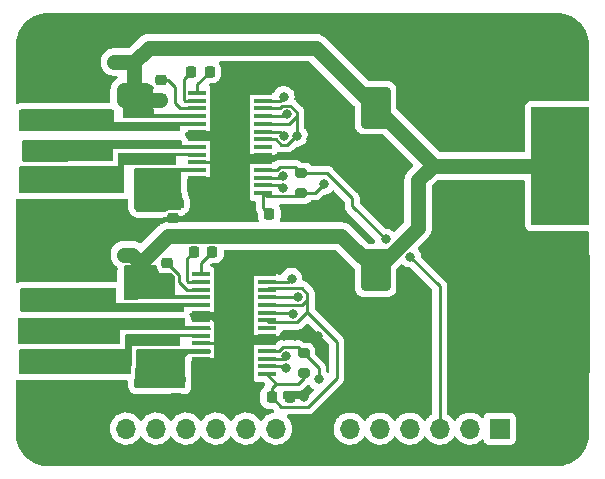
<source format=gtl>
G04 #@! TF.GenerationSoftware,KiCad,Pcbnew,6.0.4-6f826c9f35~116~ubuntu20.04.1*
G04 #@! TF.CreationDate,2022-04-25T13:09:09+02:00*
G04 #@! TF.ProjectId,foc,666f632e-6b69-4636-9164-5f7063625858,rev?*
G04 #@! TF.SameCoordinates,Original*
G04 #@! TF.FileFunction,Copper,L1,Top*
G04 #@! TF.FilePolarity,Positive*
%FSLAX46Y46*%
G04 Gerber Fmt 4.6, Leading zero omitted, Abs format (unit mm)*
G04 Created by KiCad (PCBNEW 6.0.4-6f826c9f35~116~ubuntu20.04.1) date 2022-04-25 13:09:09*
%MOMM*%
%LPD*%
G01*
G04 APERTURE LIST*
G04 Aperture macros list*
%AMRoundRect*
0 Rectangle with rounded corners*
0 $1 Rounding radius*
0 $2 $3 $4 $5 $6 $7 $8 $9 X,Y pos of 4 corners*
0 Add a 4 corners polygon primitive as box body*
4,1,4,$2,$3,$4,$5,$6,$7,$8,$9,$2,$3,0*
0 Add four circle primitives for the rounded corners*
1,1,$1+$1,$2,$3*
1,1,$1+$1,$4,$5*
1,1,$1+$1,$6,$7*
1,1,$1+$1,$8,$9*
0 Add four rect primitives between the rounded corners*
20,1,$1+$1,$2,$3,$4,$5,0*
20,1,$1+$1,$4,$5,$6,$7,0*
20,1,$1+$1,$6,$7,$8,$9,0*
20,1,$1+$1,$8,$9,$2,$3,0*%
G04 Aperture macros list end*
G04 #@! TA.AperFunction,ComponentPad*
%ADD10R,1.700000X1.700000*%
G04 #@! TD*
G04 #@! TA.AperFunction,ComponentPad*
%ADD11O,1.700000X1.700000*%
G04 #@! TD*
G04 #@! TA.AperFunction,ComponentPad*
%ADD12C,0.800000*%
G04 #@! TD*
G04 #@! TA.AperFunction,ComponentPad*
%ADD13C,5.000000*%
G04 #@! TD*
G04 #@! TA.AperFunction,SMDPad,CuDef*
%ADD14RoundRect,0.225000X0.250000X-0.225000X0.250000X0.225000X-0.250000X0.225000X-0.250000X-0.225000X0*%
G04 #@! TD*
G04 #@! TA.AperFunction,SMDPad,CuDef*
%ADD15RoundRect,0.225000X-0.250000X0.225000X-0.250000X-0.225000X0.250000X-0.225000X0.250000X0.225000X0*%
G04 #@! TD*
G04 #@! TA.AperFunction,SMDPad,CuDef*
%ADD16RoundRect,0.250000X-1.000000X1.500000X-1.000000X-1.500000X1.000000X-1.500000X1.000000X1.500000X0*%
G04 #@! TD*
G04 #@! TA.AperFunction,SMDPad,CuDef*
%ADD17R,1.600000X0.300000*%
G04 #@! TD*
G04 #@! TA.AperFunction,ComponentPad*
%ADD18C,0.500000*%
G04 #@! TD*
G04 #@! TA.AperFunction,SMDPad,CuDef*
%ADD19R,3.400000X9.700000*%
G04 #@! TD*
G04 #@! TA.AperFunction,SMDPad,CuDef*
%ADD20RoundRect,0.225000X0.225000X0.250000X-0.225000X0.250000X-0.225000X-0.250000X0.225000X-0.250000X0*%
G04 #@! TD*
G04 #@! TA.AperFunction,SMDPad,CuDef*
%ADD21RoundRect,0.225000X-0.225000X-0.250000X0.225000X-0.250000X0.225000X0.250000X-0.225000X0.250000X0*%
G04 #@! TD*
G04 #@! TA.AperFunction,SMDPad,CuDef*
%ADD22RoundRect,0.200000X0.275000X-0.200000X0.275000X0.200000X-0.275000X0.200000X-0.275000X-0.200000X0*%
G04 #@! TD*
G04 #@! TA.AperFunction,SMDPad,CuDef*
%ADD23R,5.000000X10.000000*%
G04 #@! TD*
G04 #@! TA.AperFunction,ViaPad*
%ADD24C,0.800000*%
G04 #@! TD*
G04 #@! TA.AperFunction,Conductor*
%ADD25C,1.300000*%
G04 #@! TD*
G04 #@! TA.AperFunction,Conductor*
%ADD26C,0.250000*%
G04 #@! TD*
G04 APERTURE END LIST*
D10*
X140970000Y-95315800D03*
D11*
X140970000Y-97855800D03*
X140970000Y-100395800D03*
D10*
X180543200Y-121405800D03*
D11*
X178003200Y-121405800D03*
X175463200Y-121405800D03*
X172923200Y-121405800D03*
X170383200Y-121405800D03*
X167843200Y-121405800D03*
D12*
X140365000Y-121920000D03*
X140914175Y-123245825D03*
X143565825Y-120594175D03*
X142240000Y-120045000D03*
D13*
X142240000Y-121920000D03*
D12*
X142240000Y-123795000D03*
X140914175Y-120594175D03*
X144115000Y-121920000D03*
X143565825Y-123245825D03*
D14*
X152342700Y-108928200D03*
X152342700Y-107378200D03*
D15*
X153162000Y-117284200D03*
X153162000Y-118834200D03*
D13*
X142240000Y-88900000D03*
D12*
X140365000Y-88900000D03*
X140914175Y-90225825D03*
X140914175Y-87574175D03*
X142240000Y-90775000D03*
X144115000Y-88900000D03*
X143565825Y-87574175D03*
X142240000Y-87025000D03*
X143565825Y-90225825D03*
D14*
X151892000Y-93485000D03*
X151892000Y-91935000D03*
D16*
X170027600Y-108002000D03*
X170027600Y-114502000D03*
D10*
X164139800Y-121405800D03*
D11*
X161599800Y-121405800D03*
X159059800Y-121405800D03*
X156519800Y-121405800D03*
X153979800Y-121405800D03*
X151439800Y-121405800D03*
X148899800Y-121405800D03*
D17*
X154911700Y-93006200D03*
X154911700Y-93656200D03*
X154911700Y-94306200D03*
X154911700Y-94956200D03*
X154911700Y-95606200D03*
X154911700Y-96256200D03*
X154911700Y-96906200D03*
X154911700Y-97556200D03*
X154911700Y-98206200D03*
X154911700Y-98856200D03*
X154911700Y-99506200D03*
X154911700Y-100156200D03*
X154911700Y-100806200D03*
X154911700Y-101456200D03*
X160511700Y-101456200D03*
X160511700Y-100806200D03*
X160511700Y-100156200D03*
X160511700Y-99506200D03*
X160511700Y-98856200D03*
X160511700Y-98206200D03*
X160511700Y-97556200D03*
X160511700Y-96906200D03*
X160511700Y-96256200D03*
X160511700Y-95606200D03*
X160511700Y-94956200D03*
X160511700Y-94306200D03*
X160511700Y-93656200D03*
X160511700Y-93006200D03*
D18*
X157711700Y-95931200D03*
X157711700Y-94631200D03*
X157711700Y-97231200D03*
X157711700Y-101131200D03*
X159011700Y-95931200D03*
X159011700Y-99831200D03*
X159011700Y-101131200D03*
X156411700Y-99831200D03*
X156411700Y-101131200D03*
X157711700Y-93331200D03*
X159011700Y-94631200D03*
X157711700Y-98531200D03*
X156411700Y-93331200D03*
X156411700Y-95931200D03*
X159011700Y-97231200D03*
X156411700Y-97231200D03*
X159011700Y-93331200D03*
X157711700Y-99831200D03*
D19*
X157711700Y-97231200D03*
D18*
X159011700Y-98531200D03*
X156411700Y-94631200D03*
X156411700Y-98531200D03*
D20*
X156206700Y-106425400D03*
X154656700Y-106425400D03*
X148730000Y-106680000D03*
X147180000Y-106680000D03*
D10*
X140970000Y-110555800D03*
D11*
X140970000Y-113095800D03*
X140970000Y-115635800D03*
D20*
X155969000Y-91186000D03*
X154419000Y-91186000D03*
D15*
X152908000Y-102006400D03*
X152908000Y-103556400D03*
D12*
X185420000Y-123795000D03*
D13*
X185420000Y-121920000D03*
D12*
X186745825Y-123245825D03*
X187295000Y-121920000D03*
X186745825Y-120594175D03*
X184094175Y-123245825D03*
X185420000Y-120045000D03*
X183545000Y-121920000D03*
X184094175Y-120594175D03*
X184094175Y-90225825D03*
D13*
X185420000Y-88900000D03*
D12*
X187295000Y-88900000D03*
X186745825Y-87574175D03*
X183545000Y-88900000D03*
X185420000Y-87025000D03*
X186745825Y-90225825D03*
X184094175Y-87574175D03*
X185420000Y-90775000D03*
D21*
X161026100Y-103225600D03*
X162576100Y-103225600D03*
D17*
X155216500Y-108347800D03*
X155216500Y-108997800D03*
X155216500Y-109647800D03*
X155216500Y-110297800D03*
X155216500Y-110947800D03*
X155216500Y-111597800D03*
X155216500Y-112247800D03*
X155216500Y-112897800D03*
X155216500Y-113547800D03*
X155216500Y-114197800D03*
X155216500Y-114847800D03*
X155216500Y-115497800D03*
X155216500Y-116147800D03*
X155216500Y-116797800D03*
X160816500Y-116797800D03*
X160816500Y-116147800D03*
X160816500Y-115497800D03*
X160816500Y-114847800D03*
X160816500Y-114197800D03*
X160816500Y-113547800D03*
X160816500Y-112897800D03*
X160816500Y-112247800D03*
X160816500Y-111597800D03*
X160816500Y-110947800D03*
X160816500Y-110297800D03*
X160816500Y-109647800D03*
X160816500Y-108997800D03*
X160816500Y-108347800D03*
D18*
X156716500Y-113872800D03*
X156716500Y-116472800D03*
X156716500Y-112572800D03*
X159316500Y-112572800D03*
D19*
X158016500Y-112572800D03*
D18*
X158016500Y-115172800D03*
X158016500Y-111272800D03*
X158016500Y-108672800D03*
X156716500Y-108672800D03*
X156716500Y-109972800D03*
X159316500Y-116472800D03*
X156716500Y-111272800D03*
X159316500Y-108672800D03*
X159316500Y-113872800D03*
X159316500Y-109972800D03*
X158016500Y-113872800D03*
X158016500Y-109972800D03*
X159316500Y-111272800D03*
X159316500Y-115172800D03*
X158016500Y-116472800D03*
X156716500Y-115172800D03*
X158016500Y-112572800D03*
D22*
X163931600Y-116699800D03*
X163931600Y-115049800D03*
D23*
X185699400Y-111734600D03*
D16*
X170027600Y-94225300D03*
X170027600Y-100725300D03*
D23*
X185674000Y-99187000D03*
D20*
X147891800Y-90373200D03*
X146341800Y-90373200D03*
D22*
X163728400Y-101459800D03*
X163728400Y-99809800D03*
D21*
X161229300Y-118770400D03*
X162779300Y-118770400D03*
D24*
X151180800Y-101511400D03*
X152044400Y-101511400D03*
X150158300Y-109118400D03*
X152044400Y-102375000D03*
X149294700Y-108254800D03*
X151942800Y-116433600D03*
X150215600Y-116433600D03*
X149606000Y-92760800D03*
X148742400Y-92760800D03*
X150317200Y-101511400D03*
X150158300Y-108254800D03*
X148742400Y-93624400D03*
X151942800Y-117297200D03*
X150317200Y-102375000D03*
X151021900Y-108254800D03*
X149606000Y-93624400D03*
X151079200Y-117297200D03*
X151021900Y-109118400D03*
X150215600Y-117297200D03*
X151180800Y-102375000D03*
X150469600Y-93624400D03*
X151079200Y-116433600D03*
X149294700Y-109118400D03*
X150469600Y-92760800D03*
X183769000Y-113512600D03*
X183769000Y-109855000D03*
X165150800Y-113575500D03*
X166420800Y-97942400D03*
X186512200Y-109855000D03*
X183769000Y-107873800D03*
X184785000Y-107873800D03*
X187426600Y-107873800D03*
X164592000Y-96012000D03*
X185648600Y-111582200D03*
X184785000Y-109855000D03*
X164185600Y-113575500D03*
X186563000Y-114935000D03*
X184785000Y-111582200D03*
X164592000Y-97942400D03*
X165455600Y-96926400D03*
X166420800Y-96012000D03*
X186512200Y-113512600D03*
X187426600Y-109855000D03*
X187477400Y-114935000D03*
X163830000Y-103479600D03*
X183769000Y-111582200D03*
X186512200Y-111582200D03*
X184835800Y-114935000D03*
X165506400Y-97942400D03*
X185648600Y-113512600D03*
X185648600Y-109855000D03*
X187426600Y-111582200D03*
X163982400Y-118770400D03*
X165506400Y-96012000D03*
X185699400Y-114935000D03*
X164592000Y-96926400D03*
X184785000Y-113512600D03*
X183819800Y-114935000D03*
X185648600Y-107873800D03*
X163220400Y-113575500D03*
X187426600Y-113512600D03*
X166420800Y-96926400D03*
X186512200Y-107873800D03*
X164642800Y-103479600D03*
X162306000Y-113575500D03*
X165658800Y-100685600D03*
X163372800Y-96621600D03*
X162255200Y-93319600D03*
X162509200Y-94792800D03*
X162306000Y-96621600D03*
X162915600Y-108712000D03*
X163474400Y-110236000D03*
X163054861Y-111696061D03*
X162223748Y-101024515D03*
X162204400Y-100025200D03*
X170871870Y-105390670D03*
X172943730Y-106852930D03*
X162458400Y-116264703D03*
X162458400Y-115265200D03*
X165200401Y-117247599D03*
D25*
X150215600Y-117297200D02*
X151942800Y-117297200D01*
D26*
X155216500Y-114847800D02*
X154166500Y-114847800D01*
D25*
X149294700Y-108254800D02*
X149294700Y-109118400D01*
X147891800Y-90373200D02*
X149606000Y-90373200D01*
X148730000Y-106680000D02*
X149447100Y-106680000D01*
X152448620Y-105100880D02*
X150158300Y-107391200D01*
X149606000Y-93624400D02*
X149606000Y-90373200D01*
X185674000Y-99187000D02*
X174989300Y-99187000D01*
D26*
X152044400Y-100558600D02*
X152044400Y-101511400D01*
X154911700Y-99506200D02*
X153096800Y-99506200D01*
D25*
X174955200Y-99060000D02*
X173634400Y-100380800D01*
X150215600Y-116433600D02*
X150215600Y-117297200D01*
X150317200Y-101511400D02*
X150317200Y-102375000D01*
X174405100Y-98602800D02*
X170027600Y-94225300D01*
X151384000Y-116992400D02*
X151079200Y-117297200D01*
X150158300Y-107391200D02*
X150158300Y-109118400D01*
X151942800Y-116433600D02*
X151942800Y-117297200D01*
X150774400Y-93573600D02*
X151803400Y-93573600D01*
X167126480Y-105100880D02*
X152448620Y-105100880D01*
X150469600Y-92760800D02*
X148742400Y-92760800D01*
X152247600Y-117246400D02*
X153276600Y-117246400D01*
X151021900Y-109118400D02*
X149294700Y-109118400D01*
X148742400Y-93624400D02*
X150469600Y-93624400D01*
X150317200Y-102375000D02*
X152044400Y-102375000D01*
X150825200Y-89154000D02*
X164956300Y-89154000D01*
X148742400Y-92760800D02*
X148742400Y-93624400D01*
D26*
X153096800Y-99506200D02*
X152044400Y-100558600D01*
D25*
X174989300Y-99187000D02*
X174405100Y-98602800D01*
X152044400Y-101511400D02*
X152044400Y-102375000D01*
X151021900Y-108254800D02*
X151021900Y-109118400D01*
D26*
X150937800Y-94956200D02*
X149606000Y-93624400D01*
D25*
X150469600Y-92760800D02*
X150469600Y-93624400D01*
X151942800Y-116433600D02*
X150215600Y-116433600D01*
X149447100Y-106680000D02*
X150158300Y-107391200D01*
D26*
X154166500Y-114847800D02*
X153162000Y-115852300D01*
D25*
X173634400Y-104395200D02*
X170027600Y-108002000D01*
D26*
X153162000Y-115852300D02*
X153162000Y-117284200D01*
X154911700Y-94956200D02*
X150937800Y-94956200D01*
D25*
X152044400Y-101511400D02*
X150317200Y-101511400D01*
X149910800Y-93319600D02*
X149606000Y-93624400D01*
X170027600Y-108002000D02*
X167126480Y-105100880D01*
X150825200Y-89154000D02*
X149606000Y-90373200D01*
D26*
X152969800Y-110297800D02*
X152342700Y-109670700D01*
D25*
X149294700Y-108254800D02*
X151021900Y-108254800D01*
D26*
X152342700Y-109670700D02*
X152342700Y-108928200D01*
X155216500Y-110297800D02*
X152969800Y-110297800D01*
D25*
X173634400Y-100380800D02*
X173634400Y-104395200D01*
X164956300Y-89154000D02*
X170027600Y-94225300D01*
D26*
X160511700Y-98206200D02*
X159336700Y-98206200D01*
X156086700Y-98856200D02*
X156411700Y-98531200D01*
X163576000Y-103225600D02*
X163830000Y-103479600D01*
X156086700Y-96906200D02*
X156411700Y-97231200D01*
X155216500Y-111597800D02*
X156391500Y-111597800D01*
X162779300Y-118770400D02*
X163982400Y-118770400D01*
X159641500Y-114197800D02*
X159316500Y-113872800D01*
X160511700Y-93006200D02*
X159336700Y-93006200D01*
X155216500Y-115497800D02*
X156391500Y-115497800D01*
X154911700Y-98856200D02*
X156086700Y-98856200D01*
X156086700Y-96256200D02*
X156411700Y-95931200D01*
X154911700Y-96256200D02*
X156086700Y-96256200D01*
X156391500Y-111597800D02*
X156716500Y-111272800D01*
X155216500Y-114197800D02*
X156391500Y-114197800D01*
X162576100Y-103225600D02*
X163576000Y-103225600D01*
X156086700Y-100156200D02*
X156411700Y-99831200D01*
X156391500Y-114197800D02*
X156716500Y-113872800D01*
X160511700Y-98856200D02*
X159336700Y-98856200D01*
X154911700Y-96906200D02*
X156086700Y-96906200D01*
X154911700Y-100156200D02*
X156086700Y-100156200D01*
X156391500Y-115497800D02*
X156716500Y-115172800D01*
X159641500Y-113547800D02*
X159316500Y-113872800D01*
X159336700Y-93006200D02*
X159011700Y-93331200D01*
X159336700Y-98856200D02*
X159011700Y-98531200D01*
X159641500Y-108347800D02*
X159316500Y-108672800D01*
X160816500Y-108347800D02*
X159641500Y-108347800D01*
X160816500Y-113547800D02*
X159641500Y-113547800D01*
X160816500Y-114197800D02*
X159641500Y-114197800D01*
X159336700Y-98206200D02*
X159011700Y-98531200D01*
X164642800Y-103479600D02*
X163830000Y-103479600D01*
X153009600Y-92456000D02*
X152488600Y-91935000D01*
X153009600Y-93827600D02*
X153009600Y-92456000D01*
X152488600Y-91935000D02*
X151892000Y-91935000D01*
X153488200Y-94306200D02*
X153009600Y-93827600D01*
X154911700Y-94306200D02*
X153488200Y-94306200D01*
X154911700Y-93006200D02*
X154911700Y-92243300D01*
X154911700Y-92243300D02*
X155969000Y-91186000D01*
X153771600Y-91833400D02*
X154419000Y-91186000D01*
X154911700Y-93656200D02*
X153861700Y-93656200D01*
X153861700Y-93656200D02*
X153771600Y-93566100D01*
X153771600Y-93566100D02*
X153771600Y-91833400D01*
X163372800Y-96579414D02*
X163372800Y-94631786D01*
X160804526Y-101749026D02*
X163439174Y-101749026D01*
X161904318Y-94306200D02*
X160511700Y-94306200D01*
X160511700Y-101456200D02*
X160804526Y-101749026D01*
X162720414Y-95606200D02*
X163372800Y-94953814D01*
X160511700Y-101456200D02*
X160511700Y-102711200D01*
X163728400Y-101459800D02*
X163439174Y-101749026D01*
X164884600Y-101459800D02*
X165658800Y-100685600D01*
X162142229Y-94068289D02*
X161904318Y-94306200D01*
X163728400Y-101459800D02*
X164884600Y-101459800D01*
X162043386Y-97383600D02*
X162568614Y-97383600D01*
X160511700Y-102711200D02*
X161026100Y-103225600D01*
X160511700Y-96906200D02*
X161565986Y-96906200D01*
X163372800Y-94631786D02*
X162809303Y-94068289D01*
X163372800Y-94953814D02*
X163372800Y-94631786D01*
X162568614Y-97383600D02*
X163372800Y-96579414D01*
X161565986Y-96906200D02*
X162043386Y-97383600D01*
X160511700Y-95606200D02*
X162720414Y-95606200D01*
X162809303Y-94068289D02*
X162142229Y-94068289D01*
X155216500Y-107415600D02*
X156206700Y-106425400D01*
X155216500Y-108347800D02*
X155216500Y-107415600D01*
X154656700Y-106425400D02*
X154091989Y-106990111D01*
X154091989Y-108923289D02*
X154166500Y-108997800D01*
X154091989Y-106990111D02*
X154091989Y-108923289D01*
X154166500Y-108997800D02*
X155216500Y-108997800D01*
X153355799Y-108391299D02*
X152342700Y-107378200D01*
X154047000Y-109647800D02*
X153355799Y-108956599D01*
X155216500Y-109647800D02*
X154047000Y-109647800D01*
X153355799Y-108956599D02*
X153355799Y-108391299D01*
X163774503Y-109511489D02*
X164236400Y-109973386D01*
X160816500Y-116797800D02*
X161620700Y-117602000D01*
X163931600Y-117144800D02*
X163931600Y-116699800D01*
X160989272Y-112420572D02*
X163372628Y-112420572D01*
X160816500Y-109647800D02*
X160952811Y-109511489D01*
X162028820Y-119569920D02*
X164300480Y-119569920D01*
X161620700Y-117602000D02*
X163474400Y-117602000D01*
X161229300Y-118770400D02*
X161229300Y-117993400D01*
X163774503Y-110960511D02*
X160829211Y-110960511D01*
X164236400Y-109973386D02*
X164236400Y-110498614D01*
X160952811Y-109511489D02*
X163774503Y-109511489D01*
X164300480Y-119569920D02*
X166725600Y-117144800D01*
X163474400Y-117602000D02*
X163931600Y-117144800D01*
X160829211Y-110960511D02*
X160816500Y-110947800D01*
X161229300Y-117993400D02*
X161620700Y-117602000D01*
X164236400Y-110498614D02*
X163774503Y-110960511D01*
X166725600Y-114046000D02*
X164236400Y-111556800D01*
X160816500Y-112247800D02*
X160989272Y-112420572D01*
X163372628Y-112420572D02*
X164236400Y-111556800D01*
X164236400Y-111556800D02*
X164236400Y-109973386D01*
X166725600Y-117144800D02*
X166725600Y-114046000D01*
X161229300Y-118770400D02*
X162028820Y-119569920D01*
X161918600Y-93656200D02*
X160511700Y-93656200D01*
X162255200Y-93319600D02*
X161918600Y-93656200D01*
X162509200Y-94792800D02*
X162345800Y-94956200D01*
X162345800Y-94956200D02*
X160511700Y-94956200D01*
X161940600Y-96256200D02*
X160511700Y-96256200D01*
X162306000Y-96621600D02*
X161940600Y-96256200D01*
X162629800Y-108997800D02*
X160816500Y-108997800D01*
X162915600Y-108712000D02*
X162629800Y-108997800D01*
X160816500Y-110297800D02*
X163412600Y-110297800D01*
X163412600Y-110297800D02*
X163474400Y-110236000D01*
X162956600Y-111597800D02*
X163054861Y-111696061D01*
X160816500Y-111597800D02*
X162956600Y-111597800D01*
X160511700Y-100806200D02*
X162005433Y-100806200D01*
X162005433Y-100806200D02*
X162223748Y-101024515D01*
X160511700Y-100156200D02*
X162073400Y-100156200D01*
X162073400Y-100156200D02*
X162204400Y-100025200D01*
X161904297Y-99300689D02*
X161698786Y-99506200D01*
X161698786Y-99506200D02*
X160511700Y-99506200D01*
X168046400Y-101904800D02*
X168046400Y-102565200D01*
X172943730Y-106852930D02*
X175463200Y-109372400D01*
X175463200Y-109372400D02*
X175463200Y-121405800D01*
X165951400Y-99809800D02*
X168046400Y-101904800D01*
X163728400Y-99809800D02*
X165951400Y-99809800D01*
X163219289Y-99300689D02*
X161904297Y-99300689D01*
X163728400Y-99809800D02*
X163219289Y-99300689D01*
X168046400Y-102565200D02*
X170871870Y-105390670D01*
X160816500Y-116147800D02*
X162341497Y-116147800D01*
X162341497Y-116147800D02*
X162458400Y-116264703D01*
X160816500Y-115497800D02*
X162225800Y-115497800D01*
X162225800Y-115497800D02*
X162458400Y-115265200D01*
X165200401Y-116318601D02*
X165200401Y-117247599D01*
X162158297Y-114540689D02*
X161851186Y-114847800D01*
X161851186Y-114847800D02*
X160816500Y-114847800D01*
X163422489Y-114540689D02*
X162158297Y-114540689D01*
X163931600Y-115049800D02*
X165200401Y-116318601D01*
X163931600Y-115049800D02*
X163422489Y-114540689D01*
G04 #@! TA.AperFunction,Conductor*
G36*
X153365200Y-116281200D02*
G01*
X153365200Y-117875700D01*
X152863268Y-117875700D01*
X152860022Y-117876037D01*
X152860018Y-117876037D01*
X152825917Y-117879575D01*
X152760981Y-117886313D01*
X152754440Y-117888495D01*
X152754441Y-117888495D01*
X152605676Y-117938127D01*
X152605674Y-117938128D01*
X152598732Y-117940444D01*
X152571008Y-117957600D01*
X149719452Y-117957600D01*
X149706217Y-117954721D01*
X149707176Y-117950311D01*
X149663879Y-117937598D01*
X149617386Y-117883942D01*
X149606000Y-117831600D01*
X149606000Y-117191055D01*
X149626002Y-117122934D01*
X149636775Y-117108543D01*
X149717181Y-117015750D01*
X149717183Y-117015747D01*
X149723082Y-117008939D01*
X149783798Y-116875990D01*
X149803800Y-116807869D01*
X149824600Y-116663200D01*
X149824600Y-116402230D01*
X149826610Y-116380347D01*
X149826524Y-116380332D01*
X149826671Y-116379480D01*
X149826811Y-116378722D01*
X149828873Y-116365708D01*
X149829413Y-116361608D01*
X149833522Y-116342279D01*
X149834683Y-116338361D01*
X149838096Y-116325624D01*
X149839050Y-116321649D01*
X149845157Y-116302852D01*
X149846403Y-116299844D01*
X149846413Y-116299820D01*
X149846724Y-116299068D01*
X149851450Y-116286757D01*
X149860428Y-116261406D01*
X149866877Y-116241560D01*
X149868235Y-116237605D01*
X149869554Y-116233962D01*
X153365200Y-116281200D01*
G37*
G04 #@! TD.AperFunction*
G04 #@! TA.AperFunction,Conductor*
G36*
X156025121Y-114701002D02*
G01*
X156071614Y-114754658D01*
X156083000Y-114807000D01*
X156083000Y-114936000D01*
X156062998Y-115004121D01*
X156009342Y-115050614D01*
X155957000Y-115062000D01*
X153924000Y-115062000D01*
X153924000Y-117857000D01*
X153903998Y-117925121D01*
X153850342Y-117971614D01*
X153798000Y-117983000D01*
X149859000Y-117983000D01*
X149790879Y-117962998D01*
X149744386Y-117909342D01*
X149733000Y-117857000D01*
X149733000Y-114807000D01*
X149753002Y-114738879D01*
X149806658Y-114692386D01*
X149859000Y-114681000D01*
X155957000Y-114681000D01*
X156025121Y-114701002D01*
G37*
G04 #@! TD.AperFunction*
G04 #@! TA.AperFunction,Conductor*
G36*
X148024121Y-109494002D02*
G01*
X148070614Y-109547658D01*
X148082000Y-109600000D01*
X148082000Y-110794800D01*
X155220400Y-110794800D01*
X155288521Y-110814802D01*
X155335014Y-110868458D01*
X155346400Y-110920800D01*
X155346400Y-110973600D01*
X155326398Y-111041721D01*
X155272742Y-111088214D01*
X155220400Y-111099600D01*
X153771600Y-111099600D01*
X153771600Y-111430800D01*
X153751598Y-111498921D01*
X153697942Y-111545414D01*
X153645600Y-111556800D01*
X140080000Y-111556800D01*
X140011879Y-111536798D01*
X139965386Y-111483142D01*
X139954000Y-111430800D01*
X139954000Y-109600000D01*
X139974002Y-109531879D01*
X140027658Y-109485386D01*
X140080000Y-109474000D01*
X147956000Y-109474000D01*
X148024121Y-109494002D01*
G37*
G04 #@! TD.AperFunction*
G04 #@! TA.AperFunction,Conductor*
G36*
X151478521Y-107614402D02*
G01*
X151525014Y-107668058D01*
X151536400Y-107720400D01*
X151536400Y-108204000D01*
X152655983Y-108204000D01*
X152724104Y-108224002D01*
X152745077Y-108240903D01*
X152866665Y-108362492D01*
X152972696Y-108468523D01*
X153006721Y-108530835D01*
X153009600Y-108557618D01*
X153009600Y-110134400D01*
X154814000Y-110134400D01*
X154882121Y-110154402D01*
X154928614Y-110208058D01*
X154940000Y-110260400D01*
X154940000Y-110313200D01*
X154919998Y-110381321D01*
X154866342Y-110427814D01*
X154814000Y-110439200D01*
X153619200Y-110439200D01*
X153618947Y-110439203D01*
X153618863Y-110439203D01*
X150892958Y-110467306D01*
X148818898Y-110488688D01*
X148750576Y-110469390D01*
X148703532Y-110416216D01*
X148691600Y-110362695D01*
X148691600Y-107720400D01*
X148711602Y-107652279D01*
X148765258Y-107605786D01*
X148817600Y-107594400D01*
X151410400Y-107594400D01*
X151478521Y-107614402D01*
G37*
G04 #@! TD.AperFunction*
G04 #@! TA.AperFunction,Conductor*
G36*
X147820921Y-94406402D02*
G01*
X147867414Y-94460058D01*
X147878800Y-94512400D01*
X147878800Y-95453200D01*
X155576000Y-95453200D01*
X155644121Y-95473202D01*
X155690614Y-95526858D01*
X155702000Y-95579200D01*
X155702000Y-95632000D01*
X155681998Y-95700121D01*
X155628342Y-95746614D01*
X155576000Y-95758000D01*
X153466800Y-95758000D01*
X153466800Y-96089200D01*
X153446798Y-96157321D01*
X153393142Y-96203814D01*
X153340800Y-96215200D01*
X139978400Y-96215200D01*
X139910279Y-96195198D01*
X139863786Y-96141542D01*
X139852400Y-96089200D01*
X139852400Y-94512400D01*
X139872402Y-94444279D01*
X139926058Y-94397786D01*
X139978400Y-94386400D01*
X147752800Y-94386400D01*
X147820921Y-94406402D01*
G37*
G04 #@! TD.AperFunction*
G04 #@! TA.AperFunction,Conductor*
G36*
X155644121Y-98064002D02*
G01*
X155690614Y-98117658D01*
X155702000Y-98170000D01*
X155702000Y-98222800D01*
X155681998Y-98290921D01*
X155628342Y-98337414D01*
X155576000Y-98348800D01*
X153162000Y-98348800D01*
X153162000Y-98934000D01*
X153141998Y-99002121D01*
X153088342Y-99048614D01*
X153036000Y-99060000D01*
X148742400Y-99060000D01*
X148742400Y-101372400D01*
X148722398Y-101440521D01*
X148668742Y-101487014D01*
X148616400Y-101498400D01*
X140003800Y-101498400D01*
X139935679Y-101478398D01*
X139889186Y-101424742D01*
X139877800Y-101372400D01*
X139877800Y-99287600D01*
X139897802Y-99219479D01*
X139951458Y-99172986D01*
X140003800Y-99161600D01*
X148183600Y-99161600D01*
X148183600Y-98170000D01*
X148203602Y-98101879D01*
X148257258Y-98055386D01*
X148309600Y-98044000D01*
X155576000Y-98044000D01*
X155644121Y-98064002D01*
G37*
G04 #@! TD.AperFunction*
G04 #@! TA.AperFunction,Conductor*
G36*
X182607621Y-100365502D02*
G01*
X182654114Y-100419158D01*
X182665500Y-100471500D01*
X182665500Y-104235134D01*
X182672255Y-104297316D01*
X182723385Y-104433705D01*
X182810739Y-104550261D01*
X182927295Y-104637615D01*
X183063684Y-104688745D01*
X183125866Y-104695500D01*
X187960500Y-104695500D01*
X188028621Y-104715502D01*
X188075114Y-104769158D01*
X188086500Y-104821500D01*
X188086500Y-121870633D01*
X188085000Y-121890018D01*
X188082690Y-121904851D01*
X188082690Y-121904855D01*
X188081309Y-121913724D01*
X188083136Y-121927692D01*
X188083662Y-121931716D01*
X188084528Y-121955117D01*
X188070165Y-122210888D01*
X188070131Y-122211488D01*
X188068550Y-122225524D01*
X188055808Y-122300517D01*
X188020830Y-122506376D01*
X188017686Y-122520151D01*
X187938823Y-122793891D01*
X187934156Y-122807228D01*
X187825139Y-123070418D01*
X187819008Y-123083148D01*
X187681214Y-123332468D01*
X187673697Y-123344432D01*
X187508851Y-123576762D01*
X187500041Y-123587810D01*
X187310215Y-123800224D01*
X187300224Y-123810215D01*
X187087810Y-124000041D01*
X187076762Y-124008851D01*
X186844432Y-124173697D01*
X186832468Y-124181214D01*
X186583148Y-124319008D01*
X186570418Y-124325139D01*
X186307228Y-124434156D01*
X186293891Y-124438823D01*
X186020151Y-124517686D01*
X186006376Y-124520830D01*
X185865953Y-124544689D01*
X185725524Y-124568550D01*
X185711490Y-124570131D01*
X185642407Y-124574010D01*
X185462407Y-124584118D01*
X185435964Y-124582817D01*
X185435151Y-124582690D01*
X185435145Y-124582690D01*
X185426276Y-124581309D01*
X185417374Y-124582473D01*
X185417372Y-124582473D01*
X185402323Y-124584441D01*
X185394714Y-124585436D01*
X185378379Y-124586500D01*
X142289367Y-124586500D01*
X142269982Y-124585000D01*
X142255149Y-124582690D01*
X142255145Y-124582690D01*
X142246276Y-124581309D01*
X142237374Y-124582473D01*
X142237372Y-124582473D01*
X142233064Y-124583037D01*
X142228280Y-124583662D01*
X142204883Y-124584528D01*
X141948508Y-124570131D01*
X141934476Y-124568550D01*
X141794047Y-124544689D01*
X141653624Y-124520830D01*
X141639849Y-124517686D01*
X141366109Y-124438823D01*
X141352772Y-124434156D01*
X141089582Y-124325139D01*
X141076852Y-124319008D01*
X140827532Y-124181214D01*
X140815568Y-124173697D01*
X140583238Y-124008851D01*
X140572190Y-124000041D01*
X140359776Y-123810215D01*
X140349785Y-123800224D01*
X140159959Y-123587810D01*
X140151149Y-123576762D01*
X139986303Y-123344432D01*
X139978786Y-123332468D01*
X139840992Y-123083148D01*
X139834861Y-123070418D01*
X139725844Y-122807228D01*
X139721177Y-122793891D01*
X139642314Y-122520151D01*
X139639170Y-122506376D01*
X139604192Y-122300517D01*
X139591450Y-122225524D01*
X139589869Y-122211488D01*
X139589836Y-122210888D01*
X139576089Y-121966100D01*
X139577411Y-121942208D01*
X139577334Y-121942201D01*
X139577537Y-121939937D01*
X139577637Y-121938131D01*
X139577770Y-121937342D01*
X139578576Y-121932552D01*
X139578729Y-121920000D01*
X139574773Y-121892376D01*
X139573500Y-121874514D01*
X139573500Y-121372495D01*
X147537051Y-121372495D01*
X147537348Y-121377648D01*
X147537348Y-121377651D01*
X147542811Y-121472390D01*
X147549910Y-121595515D01*
X147551047Y-121600561D01*
X147551048Y-121600567D01*
X147570919Y-121688739D01*
X147599022Y-121813439D01*
X147683066Y-122020416D01*
X147720485Y-122081478D01*
X147797091Y-122206488D01*
X147799787Y-122210888D01*
X147946050Y-122379738D01*
X148117926Y-122522432D01*
X148310800Y-122635138D01*
X148315625Y-122636980D01*
X148315626Y-122636981D01*
X148388412Y-122664775D01*
X148519492Y-122714830D01*
X148524560Y-122715861D01*
X148524563Y-122715862D01*
X148631817Y-122737683D01*
X148738397Y-122759367D01*
X148743572Y-122759557D01*
X148743574Y-122759557D01*
X148956473Y-122767364D01*
X148956477Y-122767364D01*
X148961637Y-122767553D01*
X148966757Y-122766897D01*
X148966759Y-122766897D01*
X149178088Y-122739825D01*
X149178089Y-122739825D01*
X149183216Y-122739168D01*
X149188166Y-122737683D01*
X149392229Y-122676461D01*
X149392234Y-122676459D01*
X149397184Y-122674974D01*
X149597794Y-122576696D01*
X149779660Y-122446973D01*
X149937896Y-122289289D01*
X149997394Y-122206489D01*
X150068253Y-122107877D01*
X150069576Y-122108828D01*
X150116445Y-122065657D01*
X150186380Y-122053425D01*
X150251826Y-122080944D01*
X150279675Y-122112794D01*
X150339787Y-122210888D01*
X150486050Y-122379738D01*
X150657926Y-122522432D01*
X150850800Y-122635138D01*
X150855625Y-122636980D01*
X150855626Y-122636981D01*
X150928412Y-122664775D01*
X151059492Y-122714830D01*
X151064560Y-122715861D01*
X151064563Y-122715862D01*
X151171817Y-122737683D01*
X151278397Y-122759367D01*
X151283572Y-122759557D01*
X151283574Y-122759557D01*
X151496473Y-122767364D01*
X151496477Y-122767364D01*
X151501637Y-122767553D01*
X151506757Y-122766897D01*
X151506759Y-122766897D01*
X151718088Y-122739825D01*
X151718089Y-122739825D01*
X151723216Y-122739168D01*
X151728166Y-122737683D01*
X151932229Y-122676461D01*
X151932234Y-122676459D01*
X151937184Y-122674974D01*
X152137794Y-122576696D01*
X152319660Y-122446973D01*
X152477896Y-122289289D01*
X152537394Y-122206489D01*
X152608253Y-122107877D01*
X152609576Y-122108828D01*
X152656445Y-122065657D01*
X152726380Y-122053425D01*
X152791826Y-122080944D01*
X152819675Y-122112794D01*
X152879787Y-122210888D01*
X153026050Y-122379738D01*
X153197926Y-122522432D01*
X153390800Y-122635138D01*
X153395625Y-122636980D01*
X153395626Y-122636981D01*
X153468412Y-122664775D01*
X153599492Y-122714830D01*
X153604560Y-122715861D01*
X153604563Y-122715862D01*
X153711817Y-122737683D01*
X153818397Y-122759367D01*
X153823572Y-122759557D01*
X153823574Y-122759557D01*
X154036473Y-122767364D01*
X154036477Y-122767364D01*
X154041637Y-122767553D01*
X154046757Y-122766897D01*
X154046759Y-122766897D01*
X154258088Y-122739825D01*
X154258089Y-122739825D01*
X154263216Y-122739168D01*
X154268166Y-122737683D01*
X154472229Y-122676461D01*
X154472234Y-122676459D01*
X154477184Y-122674974D01*
X154677794Y-122576696D01*
X154859660Y-122446973D01*
X155017896Y-122289289D01*
X155077394Y-122206489D01*
X155148253Y-122107877D01*
X155149576Y-122108828D01*
X155196445Y-122065657D01*
X155266380Y-122053425D01*
X155331826Y-122080944D01*
X155359675Y-122112794D01*
X155419787Y-122210888D01*
X155566050Y-122379738D01*
X155737926Y-122522432D01*
X155930800Y-122635138D01*
X155935625Y-122636980D01*
X155935626Y-122636981D01*
X156008412Y-122664775D01*
X156139492Y-122714830D01*
X156144560Y-122715861D01*
X156144563Y-122715862D01*
X156251817Y-122737683D01*
X156358397Y-122759367D01*
X156363572Y-122759557D01*
X156363574Y-122759557D01*
X156576473Y-122767364D01*
X156576477Y-122767364D01*
X156581637Y-122767553D01*
X156586757Y-122766897D01*
X156586759Y-122766897D01*
X156798088Y-122739825D01*
X156798089Y-122739825D01*
X156803216Y-122739168D01*
X156808166Y-122737683D01*
X157012229Y-122676461D01*
X157012234Y-122676459D01*
X157017184Y-122674974D01*
X157217794Y-122576696D01*
X157399660Y-122446973D01*
X157557896Y-122289289D01*
X157617394Y-122206489D01*
X157688253Y-122107877D01*
X157689576Y-122108828D01*
X157736445Y-122065657D01*
X157806380Y-122053425D01*
X157871826Y-122080944D01*
X157899675Y-122112794D01*
X157959787Y-122210888D01*
X158106050Y-122379738D01*
X158277926Y-122522432D01*
X158470800Y-122635138D01*
X158475625Y-122636980D01*
X158475626Y-122636981D01*
X158548412Y-122664775D01*
X158679492Y-122714830D01*
X158684560Y-122715861D01*
X158684563Y-122715862D01*
X158791817Y-122737683D01*
X158898397Y-122759367D01*
X158903572Y-122759557D01*
X158903574Y-122759557D01*
X159116473Y-122767364D01*
X159116477Y-122767364D01*
X159121637Y-122767553D01*
X159126757Y-122766897D01*
X159126759Y-122766897D01*
X159338088Y-122739825D01*
X159338089Y-122739825D01*
X159343216Y-122739168D01*
X159348166Y-122737683D01*
X159552229Y-122676461D01*
X159552234Y-122676459D01*
X159557184Y-122674974D01*
X159757794Y-122576696D01*
X159939660Y-122446973D01*
X160097896Y-122289289D01*
X160157394Y-122206489D01*
X160228253Y-122107877D01*
X160229576Y-122108828D01*
X160276445Y-122065657D01*
X160346380Y-122053425D01*
X160411826Y-122080944D01*
X160439675Y-122112794D01*
X160499787Y-122210888D01*
X160646050Y-122379738D01*
X160817926Y-122522432D01*
X161010800Y-122635138D01*
X161015625Y-122636980D01*
X161015626Y-122636981D01*
X161088412Y-122664775D01*
X161219492Y-122714830D01*
X161224560Y-122715861D01*
X161224563Y-122715862D01*
X161331817Y-122737683D01*
X161438397Y-122759367D01*
X161443572Y-122759557D01*
X161443574Y-122759557D01*
X161656473Y-122767364D01*
X161656477Y-122767364D01*
X161661637Y-122767553D01*
X161666757Y-122766897D01*
X161666759Y-122766897D01*
X161878088Y-122739825D01*
X161878089Y-122739825D01*
X161883216Y-122739168D01*
X161888166Y-122737683D01*
X162092229Y-122676461D01*
X162092234Y-122676459D01*
X162097184Y-122674974D01*
X162297794Y-122576696D01*
X162479660Y-122446973D01*
X162637896Y-122289289D01*
X162697394Y-122206489D01*
X162765235Y-122112077D01*
X162768253Y-122107877D01*
X162789120Y-122065657D01*
X162864936Y-121912253D01*
X162864937Y-121912251D01*
X162867230Y-121907611D01*
X162932170Y-121693869D01*
X162961329Y-121472390D01*
X162962956Y-121405800D01*
X162944652Y-121183161D01*
X162890231Y-120966502D01*
X162801154Y-120761640D01*
X162679814Y-120574077D01*
X162676332Y-120570250D01*
X162534356Y-120414220D01*
X162503304Y-120350374D01*
X162511699Y-120279875D01*
X162556875Y-120225107D01*
X162627549Y-120203420D01*
X164221713Y-120203420D01*
X164232896Y-120203947D01*
X164240389Y-120205622D01*
X164248315Y-120205373D01*
X164248316Y-120205373D01*
X164308466Y-120203482D01*
X164312425Y-120203420D01*
X164340336Y-120203420D01*
X164344271Y-120202923D01*
X164344336Y-120202915D01*
X164356173Y-120201982D01*
X164388431Y-120200968D01*
X164392450Y-120200842D01*
X164400369Y-120200593D01*
X164419823Y-120194941D01*
X164439180Y-120190933D01*
X164451410Y-120189388D01*
X164451411Y-120189388D01*
X164459277Y-120188394D01*
X164466648Y-120185475D01*
X164466650Y-120185475D01*
X164500392Y-120172116D01*
X164511622Y-120168271D01*
X164546463Y-120158149D01*
X164546464Y-120158149D01*
X164554073Y-120155938D01*
X164560892Y-120151905D01*
X164560897Y-120151903D01*
X164571508Y-120145627D01*
X164589256Y-120136932D01*
X164608097Y-120129472D01*
X164643867Y-120103484D01*
X164653787Y-120096968D01*
X164685015Y-120078500D01*
X164685018Y-120078498D01*
X164691842Y-120074462D01*
X164706163Y-120060141D01*
X164721197Y-120047300D01*
X164737587Y-120035392D01*
X164765778Y-120001315D01*
X164773768Y-119992536D01*
X167117847Y-117648457D01*
X167126137Y-117640913D01*
X167132618Y-117636800D01*
X167179259Y-117587132D01*
X167182013Y-117584291D01*
X167201735Y-117564569D01*
X167204212Y-117561376D01*
X167211917Y-117552355D01*
X167217041Y-117546898D01*
X167242186Y-117520121D01*
X167246007Y-117513171D01*
X167251946Y-117502368D01*
X167262802Y-117485841D01*
X167270357Y-117476102D01*
X167270358Y-117476100D01*
X167275214Y-117469840D01*
X167292774Y-117429260D01*
X167297991Y-117418612D01*
X167315475Y-117386809D01*
X167315476Y-117386807D01*
X167319295Y-117379860D01*
X167324333Y-117360237D01*
X167330737Y-117341534D01*
X167335633Y-117330220D01*
X167335633Y-117330219D01*
X167338781Y-117322945D01*
X167340020Y-117315122D01*
X167340023Y-117315112D01*
X167345699Y-117279276D01*
X167348105Y-117267656D01*
X167357128Y-117232511D01*
X167357128Y-117232510D01*
X167359100Y-117224830D01*
X167359100Y-117204576D01*
X167360651Y-117184865D01*
X167362580Y-117172686D01*
X167363820Y-117164857D01*
X167359659Y-117120838D01*
X167359100Y-117108981D01*
X167359100Y-114124763D01*
X167359627Y-114113579D01*
X167361301Y-114106091D01*
X167359162Y-114038032D01*
X167359100Y-114034075D01*
X167359100Y-114006144D01*
X167358594Y-114002138D01*
X167357661Y-113990292D01*
X167357374Y-113981137D01*
X167356273Y-113946110D01*
X167350622Y-113926658D01*
X167346614Y-113907306D01*
X167345068Y-113895068D01*
X167345067Y-113895066D01*
X167344074Y-113887203D01*
X167327794Y-113846086D01*
X167323959Y-113834885D01*
X167311618Y-113792406D01*
X167307585Y-113785587D01*
X167307583Y-113785582D01*
X167301307Y-113774971D01*
X167292610Y-113757221D01*
X167285152Y-113738383D01*
X167259171Y-113702623D01*
X167252653Y-113692701D01*
X167234178Y-113661460D01*
X167234174Y-113661455D01*
X167230142Y-113654637D01*
X167215818Y-113640313D01*
X167202976Y-113625278D01*
X167191072Y-113608893D01*
X167157006Y-113580711D01*
X167148227Y-113572722D01*
X164906805Y-111331300D01*
X164872779Y-111268988D01*
X164869900Y-111242205D01*
X164869900Y-110558390D01*
X164871451Y-110538679D01*
X164873380Y-110526500D01*
X164874620Y-110518671D01*
X164870459Y-110474652D01*
X164869900Y-110462795D01*
X164869900Y-110052153D01*
X164870427Y-110040970D01*
X164872102Y-110033477D01*
X164869962Y-109965400D01*
X164869900Y-109961441D01*
X164869900Y-109933530D01*
X164869395Y-109929530D01*
X164868462Y-109917687D01*
X164867322Y-109881416D01*
X164867073Y-109873497D01*
X164861421Y-109854043D01*
X164857413Y-109834686D01*
X164855868Y-109822456D01*
X164855868Y-109822455D01*
X164854874Y-109814589D01*
X164851955Y-109807216D01*
X164838596Y-109773474D01*
X164834751Y-109762244D01*
X164824629Y-109727403D01*
X164824629Y-109727402D01*
X164822418Y-109719793D01*
X164818385Y-109712974D01*
X164818383Y-109712969D01*
X164812107Y-109702358D01*
X164803412Y-109684610D01*
X164795952Y-109665769D01*
X164769964Y-109629999D01*
X164763448Y-109620079D01*
X164744980Y-109588851D01*
X164744978Y-109588848D01*
X164740942Y-109582024D01*
X164726621Y-109567703D01*
X164713780Y-109552669D01*
X164706532Y-109542693D01*
X164701872Y-109536279D01*
X164667807Y-109508098D01*
X164659026Y-109500108D01*
X164278150Y-109119231D01*
X164270616Y-109110952D01*
X164266503Y-109104471D01*
X164216851Y-109057845D01*
X164214010Y-109055091D01*
X164194273Y-109035354D01*
X164191076Y-109032874D01*
X164182054Y-109025169D01*
X164155603Y-109000330D01*
X164149824Y-108994903D01*
X164142878Y-108991084D01*
X164142875Y-108991082D01*
X164132069Y-108985141D01*
X164115550Y-108974290D01*
X164112899Y-108972234D01*
X164099544Y-108961875D01*
X164092275Y-108958730D01*
X164092271Y-108958727D01*
X164058966Y-108944315D01*
X164048316Y-108939098D01*
X164009563Y-108917794D01*
X163989940Y-108912756D01*
X163971237Y-108906352D01*
X163959923Y-108901456D01*
X163959922Y-108901456D01*
X163952648Y-108898308D01*
X163929964Y-108894715D01*
X163865811Y-108864303D01*
X163828283Y-108804035D01*
X163824364Y-108757095D01*
X163826426Y-108737484D01*
X163829104Y-108712000D01*
X163818331Y-108609503D01*
X163809832Y-108528635D01*
X163809832Y-108528633D01*
X163809142Y-108522072D01*
X163750127Y-108340444D01*
X163654640Y-108175056D01*
X163634856Y-108153083D01*
X163531275Y-108038045D01*
X163531274Y-108038044D01*
X163526853Y-108033134D01*
X163425509Y-107959503D01*
X163377694Y-107924763D01*
X163377693Y-107924762D01*
X163372352Y-107920882D01*
X163366324Y-107918198D01*
X163366322Y-107918197D01*
X163203919Y-107845891D01*
X163203918Y-107845891D01*
X163197888Y-107843206D01*
X163104488Y-107823353D01*
X163017544Y-107804872D01*
X163017539Y-107804872D01*
X163011087Y-107803500D01*
X162820113Y-107803500D01*
X162813661Y-107804872D01*
X162813656Y-107804872D01*
X162726713Y-107823353D01*
X162633312Y-107843206D01*
X162627282Y-107845891D01*
X162627281Y-107845891D01*
X162464878Y-107918197D01*
X162464876Y-107918198D01*
X162458848Y-107920882D01*
X162453507Y-107924762D01*
X162453506Y-107924763D01*
X162405691Y-107959503D01*
X162304347Y-108033134D01*
X162299926Y-108038044D01*
X162299925Y-108038045D01*
X162196345Y-108153083D01*
X162176560Y-108175056D01*
X162168220Y-108189502D01*
X162103673Y-108301300D01*
X162052291Y-108350293D01*
X161994554Y-108364300D01*
X161798326Y-108364300D01*
X161754096Y-108356282D01*
X161748254Y-108354092D01*
X161726816Y-108346055D01*
X161664634Y-108339300D01*
X159968366Y-108339300D01*
X159906184Y-108346055D01*
X159769795Y-108397185D01*
X159653239Y-108484539D01*
X159565885Y-108601095D01*
X159514755Y-108737484D01*
X159508000Y-108799666D01*
X159508000Y-109195934D01*
X159514755Y-109258116D01*
X159522423Y-109278570D01*
X159527606Y-109349377D01*
X159522423Y-109367029D01*
X159514755Y-109387484D01*
X159508000Y-109449666D01*
X159508000Y-109845934D01*
X159514755Y-109908116D01*
X159522423Y-109928570D01*
X159527606Y-109999377D01*
X159522423Y-110017029D01*
X159514755Y-110037484D01*
X159508000Y-110099666D01*
X159508000Y-110495934D01*
X159514755Y-110558116D01*
X159522423Y-110578570D01*
X159527606Y-110649377D01*
X159522423Y-110667029D01*
X159514755Y-110687484D01*
X159508000Y-110749666D01*
X159508000Y-111145934D01*
X159514755Y-111208116D01*
X159517529Y-111215515D01*
X159522423Y-111228570D01*
X159527606Y-111299377D01*
X159522423Y-111317029D01*
X159514755Y-111337484D01*
X159508000Y-111399666D01*
X159508000Y-111795934D01*
X159514755Y-111858116D01*
X159522423Y-111878570D01*
X159527606Y-111949377D01*
X159522423Y-111967029D01*
X159514755Y-111987484D01*
X159508000Y-112049666D01*
X159508000Y-112445934D01*
X159514755Y-112508116D01*
X159518711Y-112518668D01*
X159522423Y-112528570D01*
X159527606Y-112599377D01*
X159522423Y-112617029D01*
X159514755Y-112637484D01*
X159508000Y-112699666D01*
X159508000Y-113095934D01*
X159514755Y-113158116D01*
X159565885Y-113294505D01*
X159653239Y-113411061D01*
X159769795Y-113498415D01*
X159906184Y-113549545D01*
X159968366Y-113556300D01*
X161664634Y-113556300D01*
X161726816Y-113549545D01*
X161863205Y-113498415D01*
X161979761Y-113411061D01*
X162067115Y-113294505D01*
X162118245Y-113158116D01*
X162119046Y-113150740D01*
X162154157Y-113089280D01*
X162217112Y-113056459D01*
X162241523Y-113054072D01*
X163293861Y-113054072D01*
X163305044Y-113054599D01*
X163312537Y-113056274D01*
X163320463Y-113056025D01*
X163320464Y-113056025D01*
X163380614Y-113054134D01*
X163384573Y-113054072D01*
X163412484Y-113054072D01*
X163416419Y-113053575D01*
X163416484Y-113053567D01*
X163428321Y-113052634D01*
X163460579Y-113051620D01*
X163464598Y-113051494D01*
X163472517Y-113051245D01*
X163491971Y-113045593D01*
X163511328Y-113041585D01*
X163523558Y-113040040D01*
X163523559Y-113040040D01*
X163531425Y-113039046D01*
X163538796Y-113036127D01*
X163538798Y-113036127D01*
X163572540Y-113022768D01*
X163583770Y-113018923D01*
X163618611Y-113008801D01*
X163618612Y-113008801D01*
X163626221Y-113006590D01*
X163633040Y-113002557D01*
X163633045Y-113002555D01*
X163643656Y-112996279D01*
X163661404Y-112987584D01*
X163680245Y-112980124D01*
X163716015Y-112954136D01*
X163725935Y-112947620D01*
X163757163Y-112929152D01*
X163757166Y-112929150D01*
X163763990Y-112925114D01*
X163778311Y-112910793D01*
X163793345Y-112897952D01*
X163803322Y-112890703D01*
X163809735Y-112886044D01*
X163814786Y-112879939D01*
X163814791Y-112879934D01*
X163837922Y-112851974D01*
X163845910Y-112843196D01*
X164147306Y-112541800D01*
X164209618Y-112507774D01*
X164280433Y-112512839D01*
X164325496Y-112541800D01*
X166055195Y-114271499D01*
X166089221Y-114333811D01*
X166092100Y-114360594D01*
X166092100Y-116551960D01*
X166072098Y-116620081D01*
X166018442Y-116666574D01*
X165948168Y-116676678D01*
X165883588Y-116647184D01*
X165872467Y-116636273D01*
X165866263Y-116629382D01*
X165835547Y-116565375D01*
X165833901Y-116545075D01*
X165833901Y-116397369D01*
X165834428Y-116386186D01*
X165836103Y-116378693D01*
X165833963Y-116310602D01*
X165833901Y-116306645D01*
X165833901Y-116278745D01*
X165833397Y-116274754D01*
X165832464Y-116262912D01*
X165831324Y-116226637D01*
X165831075Y-116218712D01*
X165825422Y-116199253D01*
X165821413Y-116179894D01*
X165821247Y-116178584D01*
X165818875Y-116159804D01*
X165815959Y-116152438D01*
X165815957Y-116152432D01*
X165802601Y-116118699D01*
X165798756Y-116107469D01*
X165788631Y-116072618D01*
X165788631Y-116072617D01*
X165786420Y-116065008D01*
X165776106Y-116047567D01*
X165767409Y-116029814D01*
X165762873Y-116018359D01*
X165759953Y-116010984D01*
X165733964Y-115975213D01*
X165727448Y-115965293D01*
X165708979Y-115934064D01*
X165704943Y-115927239D01*
X165690622Y-115912918D01*
X165677781Y-115897884D01*
X165670532Y-115887907D01*
X165665873Y-115881494D01*
X165659769Y-115876444D01*
X165659764Y-115876439D01*
X165631803Y-115853308D01*
X165623022Y-115845318D01*
X164952004Y-115174299D01*
X164917979Y-115111987D01*
X164915100Y-115085204D01*
X164915099Y-114796049D01*
X164915099Y-114793166D01*
X164908353Y-114719738D01*
X164900460Y-114694550D01*
X164859344Y-114563350D01*
X164859343Y-114563348D01*
X164857072Y-114556101D01*
X164768239Y-114409419D01*
X164646981Y-114288161D01*
X164500299Y-114199328D01*
X164493052Y-114197057D01*
X164493050Y-114197056D01*
X164426764Y-114176283D01*
X164336662Y-114148047D01*
X164263235Y-114141300D01*
X164245460Y-114141300D01*
X163972500Y-114141301D01*
X163904381Y-114121299D01*
X163886249Y-114107152D01*
X163864839Y-114087047D01*
X163861996Y-114084291D01*
X163842259Y-114064554D01*
X163839062Y-114062074D01*
X163830040Y-114054369D01*
X163797810Y-114024103D01*
X163790864Y-114020284D01*
X163790861Y-114020282D01*
X163780055Y-114014341D01*
X163763536Y-114003490D01*
X163754185Y-113996237D01*
X163747530Y-113991075D01*
X163740261Y-113987930D01*
X163740257Y-113987927D01*
X163706952Y-113973515D01*
X163696302Y-113968298D01*
X163657549Y-113946994D01*
X163637926Y-113941956D01*
X163619223Y-113935552D01*
X163607909Y-113930656D01*
X163607908Y-113930656D01*
X163600634Y-113927508D01*
X163592811Y-113926269D01*
X163592801Y-113926266D01*
X163556965Y-113920590D01*
X163545345Y-113918184D01*
X163510200Y-113909161D01*
X163510199Y-113909161D01*
X163502519Y-113907189D01*
X163482265Y-113907189D01*
X163462554Y-113905638D01*
X163450375Y-113903709D01*
X163442546Y-113902469D01*
X163413275Y-113905236D01*
X163398528Y-113906630D01*
X163386670Y-113907189D01*
X162237065Y-113907189D01*
X162225882Y-113906662D01*
X162218389Y-113904987D01*
X162210463Y-113905236D01*
X162210462Y-113905236D01*
X162150299Y-113907127D01*
X162146341Y-113907189D01*
X162118441Y-113907189D01*
X162114451Y-113907693D01*
X162102617Y-113908625D01*
X162058408Y-113910015D01*
X162050792Y-113912228D01*
X162050790Y-113912228D01*
X162038949Y-113915668D01*
X162019590Y-113919677D01*
X162018280Y-113919843D01*
X161999500Y-113922215D01*
X161992134Y-113925131D01*
X161992128Y-113925133D01*
X161958395Y-113938489D01*
X161947165Y-113942334D01*
X161934168Y-113946110D01*
X161904704Y-113954670D01*
X161897881Y-113958705D01*
X161887263Y-113964984D01*
X161869510Y-113973681D01*
X161861865Y-113976708D01*
X161850680Y-113981137D01*
X161838079Y-113990292D01*
X161814909Y-114007126D01*
X161804992Y-114013640D01*
X161766935Y-114036147D01*
X161761330Y-114041751D01*
X161752612Y-114050469D01*
X161737579Y-114063309D01*
X161721190Y-114075217D01*
X161705036Y-114094744D01*
X161693005Y-114109287D01*
X161685015Y-114118067D01*
X161650687Y-114152395D01*
X161588375Y-114186421D01*
X161561592Y-114189300D01*
X159968366Y-114189300D01*
X159906184Y-114196055D01*
X159769795Y-114247185D01*
X159653239Y-114334539D01*
X159565885Y-114451095D01*
X159514755Y-114587484D01*
X159508000Y-114649666D01*
X159508000Y-115045934D01*
X159514755Y-115108116D01*
X159522423Y-115128570D01*
X159527606Y-115199377D01*
X159522423Y-115217029D01*
X159514755Y-115237484D01*
X159508000Y-115299666D01*
X159508000Y-115695934D01*
X159514755Y-115758116D01*
X159522423Y-115778570D01*
X159527606Y-115849377D01*
X159522423Y-115867029D01*
X159514755Y-115887484D01*
X159508000Y-115949666D01*
X159508000Y-116345934D01*
X159514755Y-116408116D01*
X159522423Y-116428570D01*
X159527606Y-116499377D01*
X159522423Y-116517029D01*
X159514755Y-116537484D01*
X159508000Y-116599666D01*
X159508000Y-116995934D01*
X159514755Y-117058116D01*
X159565885Y-117194505D01*
X159653239Y-117311061D01*
X159769795Y-117398415D01*
X159906184Y-117449545D01*
X159968366Y-117456300D01*
X160526906Y-117456300D01*
X160595027Y-117476302D01*
X160616001Y-117493205D01*
X160652804Y-117530008D01*
X160686830Y-117592320D01*
X160679347Y-117669142D01*
X160662121Y-117708949D01*
X160656909Y-117719587D01*
X160635605Y-117758340D01*
X160633634Y-117766015D01*
X160633634Y-117766016D01*
X160630567Y-117777962D01*
X160624163Y-117796666D01*
X160616119Y-117815255D01*
X160614880Y-117823078D01*
X160614877Y-117823088D01*
X160610622Y-117849953D01*
X160580209Y-117914105D01*
X160557490Y-117933176D01*
X160557548Y-117933249D01*
X160554938Y-117935318D01*
X160552474Y-117937386D01*
X160545587Y-117941648D01*
X160424748Y-118062698D01*
X160420908Y-118068928D01*
X160420907Y-118068929D01*
X160338875Y-118202010D01*
X160334998Y-118208299D01*
X160281151Y-118370643D01*
X160280451Y-118377480D01*
X160280450Y-118377482D01*
X160276217Y-118418801D01*
X160270800Y-118471668D01*
X160270800Y-119069132D01*
X160281413Y-119171419D01*
X160335544Y-119333668D01*
X160425548Y-119479113D01*
X160546598Y-119599952D01*
X160692199Y-119689702D01*
X160854543Y-119743549D01*
X160861380Y-119744249D01*
X160861382Y-119744250D01*
X160902701Y-119748483D01*
X160955568Y-119753900D01*
X161264705Y-119753900D01*
X161332826Y-119773902D01*
X161353800Y-119790805D01*
X161419128Y-119856133D01*
X161453154Y-119918445D01*
X161448089Y-119989260D01*
X161405542Y-120046096D01*
X161349092Y-120069778D01*
X161283891Y-120079755D01*
X161071556Y-120149157D01*
X161027452Y-120172116D01*
X160897775Y-120239622D01*
X160873407Y-120252307D01*
X160869274Y-120255410D01*
X160869271Y-120255412D01*
X160698900Y-120383330D01*
X160694765Y-120386435D01*
X160668213Y-120414220D01*
X160601080Y-120484471D01*
X160540429Y-120547938D01*
X160433001Y-120705421D01*
X160378093Y-120750421D01*
X160307568Y-120758592D01*
X160243821Y-120727338D01*
X160223124Y-120702854D01*
X160142622Y-120578417D01*
X160142620Y-120578414D01*
X160139814Y-120574077D01*
X159989470Y-120408851D01*
X159985419Y-120405652D01*
X159985415Y-120405648D01*
X159818214Y-120273600D01*
X159818210Y-120273598D01*
X159814159Y-120270398D01*
X159809631Y-120267898D01*
X159696817Y-120205622D01*
X159618589Y-120162438D01*
X159613720Y-120160714D01*
X159613716Y-120160712D01*
X159412887Y-120089595D01*
X159412883Y-120089594D01*
X159408012Y-120087869D01*
X159402919Y-120086962D01*
X159402916Y-120086961D01*
X159193173Y-120049600D01*
X159193167Y-120049599D01*
X159188084Y-120048694D01*
X159114252Y-120047792D01*
X158969881Y-120046028D01*
X158969879Y-120046028D01*
X158964711Y-120045965D01*
X158743891Y-120079755D01*
X158531556Y-120149157D01*
X158487452Y-120172116D01*
X158357775Y-120239622D01*
X158333407Y-120252307D01*
X158329274Y-120255410D01*
X158329271Y-120255412D01*
X158158900Y-120383330D01*
X158154765Y-120386435D01*
X158128213Y-120414220D01*
X158061080Y-120484471D01*
X158000429Y-120547938D01*
X157893001Y-120705421D01*
X157838093Y-120750421D01*
X157767568Y-120758592D01*
X157703821Y-120727338D01*
X157683124Y-120702854D01*
X157602622Y-120578417D01*
X157602620Y-120578414D01*
X157599814Y-120574077D01*
X157449470Y-120408851D01*
X157445419Y-120405652D01*
X157445415Y-120405648D01*
X157278214Y-120273600D01*
X157278210Y-120273598D01*
X157274159Y-120270398D01*
X157269631Y-120267898D01*
X157156817Y-120205622D01*
X157078589Y-120162438D01*
X157073720Y-120160714D01*
X157073716Y-120160712D01*
X156872887Y-120089595D01*
X156872883Y-120089594D01*
X156868012Y-120087869D01*
X156862919Y-120086962D01*
X156862916Y-120086961D01*
X156653173Y-120049600D01*
X156653167Y-120049599D01*
X156648084Y-120048694D01*
X156574252Y-120047792D01*
X156429881Y-120046028D01*
X156429879Y-120046028D01*
X156424711Y-120045965D01*
X156203891Y-120079755D01*
X155991556Y-120149157D01*
X155947452Y-120172116D01*
X155817775Y-120239622D01*
X155793407Y-120252307D01*
X155789274Y-120255410D01*
X155789271Y-120255412D01*
X155618900Y-120383330D01*
X155614765Y-120386435D01*
X155588213Y-120414220D01*
X155521080Y-120484471D01*
X155460429Y-120547938D01*
X155353001Y-120705421D01*
X155298093Y-120750421D01*
X155227568Y-120758592D01*
X155163821Y-120727338D01*
X155143124Y-120702854D01*
X155062622Y-120578417D01*
X155062620Y-120578414D01*
X155059814Y-120574077D01*
X154909470Y-120408851D01*
X154905419Y-120405652D01*
X154905415Y-120405648D01*
X154738214Y-120273600D01*
X154738210Y-120273598D01*
X154734159Y-120270398D01*
X154729631Y-120267898D01*
X154616817Y-120205622D01*
X154538589Y-120162438D01*
X154533720Y-120160714D01*
X154533716Y-120160712D01*
X154332887Y-120089595D01*
X154332883Y-120089594D01*
X154328012Y-120087869D01*
X154322919Y-120086962D01*
X154322916Y-120086961D01*
X154113173Y-120049600D01*
X154113167Y-120049599D01*
X154108084Y-120048694D01*
X154034252Y-120047792D01*
X153889881Y-120046028D01*
X153889879Y-120046028D01*
X153884711Y-120045965D01*
X153663891Y-120079755D01*
X153451556Y-120149157D01*
X153407452Y-120172116D01*
X153277775Y-120239622D01*
X153253407Y-120252307D01*
X153249274Y-120255410D01*
X153249271Y-120255412D01*
X153078900Y-120383330D01*
X153074765Y-120386435D01*
X153048213Y-120414220D01*
X152981080Y-120484471D01*
X152920429Y-120547938D01*
X152813001Y-120705421D01*
X152758093Y-120750421D01*
X152687568Y-120758592D01*
X152623821Y-120727338D01*
X152603124Y-120702854D01*
X152522622Y-120578417D01*
X152522620Y-120578414D01*
X152519814Y-120574077D01*
X152369470Y-120408851D01*
X152365419Y-120405652D01*
X152365415Y-120405648D01*
X152198214Y-120273600D01*
X152198210Y-120273598D01*
X152194159Y-120270398D01*
X152189631Y-120267898D01*
X152076817Y-120205622D01*
X151998589Y-120162438D01*
X151993720Y-120160714D01*
X151993716Y-120160712D01*
X151792887Y-120089595D01*
X151792883Y-120089594D01*
X151788012Y-120087869D01*
X151782919Y-120086962D01*
X151782916Y-120086961D01*
X151573173Y-120049600D01*
X151573167Y-120049599D01*
X151568084Y-120048694D01*
X151494252Y-120047792D01*
X151349881Y-120046028D01*
X151349879Y-120046028D01*
X151344711Y-120045965D01*
X151123891Y-120079755D01*
X150911556Y-120149157D01*
X150867452Y-120172116D01*
X150737775Y-120239622D01*
X150713407Y-120252307D01*
X150709274Y-120255410D01*
X150709271Y-120255412D01*
X150538900Y-120383330D01*
X150534765Y-120386435D01*
X150508213Y-120414220D01*
X150441080Y-120484471D01*
X150380429Y-120547938D01*
X150273001Y-120705421D01*
X150218093Y-120750421D01*
X150147568Y-120758592D01*
X150083821Y-120727338D01*
X150063124Y-120702854D01*
X149982622Y-120578417D01*
X149982620Y-120578414D01*
X149979814Y-120574077D01*
X149829470Y-120408851D01*
X149825419Y-120405652D01*
X149825415Y-120405648D01*
X149658214Y-120273600D01*
X149658210Y-120273598D01*
X149654159Y-120270398D01*
X149649631Y-120267898D01*
X149536817Y-120205622D01*
X149458589Y-120162438D01*
X149453720Y-120160714D01*
X149453716Y-120160712D01*
X149252887Y-120089595D01*
X149252883Y-120089594D01*
X149248012Y-120087869D01*
X149242919Y-120086962D01*
X149242916Y-120086961D01*
X149033173Y-120049600D01*
X149033167Y-120049599D01*
X149028084Y-120048694D01*
X148954252Y-120047792D01*
X148809881Y-120046028D01*
X148809879Y-120046028D01*
X148804711Y-120045965D01*
X148583891Y-120079755D01*
X148371556Y-120149157D01*
X148327452Y-120172116D01*
X148197775Y-120239622D01*
X148173407Y-120252307D01*
X148169274Y-120255410D01*
X148169271Y-120255412D01*
X147998900Y-120383330D01*
X147994765Y-120386435D01*
X147968213Y-120414220D01*
X147901080Y-120484471D01*
X147840429Y-120547938D01*
X147714543Y-120732480D01*
X147620488Y-120935105D01*
X147560789Y-121150370D01*
X147537051Y-121372495D01*
X139573500Y-121372495D01*
X139573500Y-117388722D01*
X139593502Y-117320601D01*
X139647158Y-117274108D01*
X139717432Y-117264004D01*
X139734997Y-117267826D01*
X139778604Y-117280630D01*
X139778611Y-117280631D01*
X139782931Y-117281900D01*
X139787380Y-117282540D01*
X139787386Y-117282541D01*
X139923153Y-117302061D01*
X139923158Y-117302061D01*
X139927600Y-117302700D01*
X148934788Y-117302700D01*
X149002909Y-117322702D01*
X149049402Y-117376358D01*
X149058967Y-117407359D01*
X149062734Y-117429275D01*
X149065204Y-117443650D01*
X149066495Y-117453454D01*
X149071619Y-117509224D01*
X149073185Y-117514776D01*
X149082244Y-117546898D01*
X149085154Y-117559761D01*
X149090680Y-117591920D01*
X149092500Y-117613258D01*
X149092500Y-117831600D01*
X149092860Y-117834946D01*
X149092860Y-117834951D01*
X149103428Y-117933249D01*
X149104234Y-117940749D01*
X149115620Y-117993091D01*
X149150290Y-118097257D01*
X149229308Y-118220212D01*
X149232250Y-118223607D01*
X149232252Y-118223610D01*
X149240105Y-118232673D01*
X149275801Y-118273868D01*
X149386261Y-118369583D01*
X149394458Y-118373326D01*
X149394459Y-118373327D01*
X149448935Y-118398205D01*
X149453659Y-118400570D01*
X149460126Y-118405411D01*
X149480957Y-118413181D01*
X149489252Y-118416617D01*
X149515119Y-118428430D01*
X149515127Y-118428433D01*
X149519211Y-118430298D01*
X149523521Y-118431564D01*
X149523525Y-118431565D01*
X149550802Y-118439574D01*
X149559337Y-118442414D01*
X149597068Y-118456487D01*
X149610303Y-118459366D01*
X149613666Y-118459728D01*
X149613669Y-118459728D01*
X149635164Y-118462038D01*
X149675445Y-118466369D01*
X149697477Y-118470751D01*
X149710018Y-118474434D01*
X149710024Y-118474435D01*
X149714331Y-118475700D01*
X149744271Y-118480005D01*
X149854553Y-118495861D01*
X149854558Y-118495861D01*
X149859000Y-118496500D01*
X153798000Y-118496500D01*
X153801346Y-118496140D01*
X153801351Y-118496140D01*
X153903785Y-118485128D01*
X153903792Y-118485127D01*
X153907149Y-118484766D01*
X153910450Y-118484048D01*
X153956210Y-118474094D01*
X153956215Y-118474093D01*
X153959491Y-118473380D01*
X154063657Y-118438710D01*
X154186612Y-118359692D01*
X154240268Y-118313199D01*
X154271800Y-118276809D01*
X154330081Y-118209550D01*
X154330083Y-118209547D01*
X154335982Y-118202739D01*
X154396698Y-118069790D01*
X154405822Y-118038717D01*
X154415431Y-118005992D01*
X154415432Y-118005988D01*
X154416700Y-118001669D01*
X154417934Y-117993091D01*
X154436861Y-117861447D01*
X154436861Y-117861442D01*
X154437500Y-117857000D01*
X154437500Y-115701500D01*
X154457502Y-115633379D01*
X154511158Y-115586886D01*
X154563500Y-115575500D01*
X155957000Y-115575500D01*
X155960346Y-115575140D01*
X155960351Y-115575140D01*
X156062785Y-115564128D01*
X156062792Y-115564127D01*
X156066149Y-115563766D01*
X156069450Y-115563048D01*
X156115210Y-115553094D01*
X156115215Y-115553093D01*
X156118491Y-115552380D01*
X156222657Y-115517710D01*
X156345612Y-115438692D01*
X156399268Y-115392199D01*
X156407297Y-115382933D01*
X156489081Y-115288550D01*
X156489083Y-115288547D01*
X156494982Y-115281739D01*
X156555698Y-115148790D01*
X156569948Y-115100260D01*
X156574431Y-115084992D01*
X156574432Y-115084988D01*
X156575700Y-115080669D01*
X156580695Y-115045934D01*
X156595861Y-114940447D01*
X156595861Y-114940442D01*
X156596500Y-114936000D01*
X156596500Y-114807000D01*
X156594705Y-114790299D01*
X156585128Y-114701215D01*
X156585127Y-114701208D01*
X156584766Y-114697851D01*
X156575028Y-114653083D01*
X156574094Y-114648790D01*
X156574093Y-114648785D01*
X156573380Y-114645509D01*
X156538710Y-114541343D01*
X156459692Y-114418388D01*
X156451921Y-114409419D01*
X156416139Y-114368125D01*
X156413199Y-114364732D01*
X156382367Y-114338016D01*
X156383420Y-114336800D01*
X156379883Y-114334702D01*
X156379761Y-114334539D01*
X156372584Y-114329160D01*
X156372488Y-114329064D01*
X156365970Y-114323807D01*
X156327871Y-114290794D01*
X156289487Y-114231068D01*
X156289487Y-114160072D01*
X156327871Y-114100346D01*
X156334818Y-114094744D01*
X156372580Y-114066443D01*
X156372581Y-114066442D01*
X156379761Y-114061061D01*
X156467115Y-113944505D01*
X156518245Y-113808116D01*
X156525000Y-113745934D01*
X156525000Y-113349666D01*
X156524631Y-113346269D01*
X156519098Y-113295334D01*
X156519098Y-113295332D01*
X156518245Y-113287484D01*
X156515473Y-113280090D01*
X156513645Y-113272402D01*
X156516376Y-113271753D01*
X156512182Y-113214285D01*
X156520727Y-113188549D01*
X156528427Y-113171688D01*
X156528429Y-113171682D01*
X156530298Y-113167590D01*
X156550300Y-113099469D01*
X156556511Y-113056274D01*
X156570461Y-112959247D01*
X156570461Y-112959242D01*
X156571100Y-112954800D01*
X156571100Y-112851200D01*
X156570740Y-112847849D01*
X156559728Y-112745415D01*
X156559727Y-112745408D01*
X156559366Y-112742051D01*
X156547980Y-112689709D01*
X156513310Y-112585543D01*
X156509050Y-112578914D01*
X156509047Y-112578908D01*
X156485686Y-112542557D01*
X156473706Y-112518677D01*
X156467115Y-112501095D01*
X156379761Y-112384539D01*
X156263205Y-112297185D01*
X156146116Y-112253290D01*
X156144390Y-112252502D01*
X156142652Y-112251992D01*
X156126816Y-112246055D01*
X156120050Y-112245320D01*
X156118803Y-112244989D01*
X156076269Y-112232500D01*
X156020088Y-112224423D01*
X155936047Y-112212339D01*
X155936042Y-112212339D01*
X155931600Y-112211700D01*
X154507588Y-112211700D01*
X154439467Y-112191698D01*
X154392974Y-112138042D01*
X154382310Y-112099167D01*
X154375328Y-112034216D01*
X154375327Y-112034211D01*
X154374966Y-112030851D01*
X154367241Y-111995340D01*
X154364294Y-111981790D01*
X154364293Y-111981785D01*
X154363580Y-111978509D01*
X154328910Y-111874343D01*
X154324652Y-111867718D01*
X154324649Y-111867711D01*
X154285774Y-111807220D01*
X154265772Y-111739099D01*
X154285775Y-111670978D01*
X154339431Y-111624486D01*
X154391772Y-111613100D01*
X155220400Y-111613100D01*
X155223746Y-111612740D01*
X155223751Y-111612740D01*
X155276937Y-111607022D01*
X155290405Y-111606300D01*
X156064634Y-111606300D01*
X156126816Y-111599545D01*
X156263205Y-111548415D01*
X156379761Y-111461061D01*
X156467115Y-111344505D01*
X156518245Y-111208116D01*
X156525000Y-111145934D01*
X156525000Y-110749666D01*
X156518245Y-110687484D01*
X156510577Y-110667030D01*
X156505394Y-110596223D01*
X156510577Y-110578570D01*
X156518245Y-110558116D01*
X156525000Y-110495934D01*
X156525000Y-110099666D01*
X156518245Y-110037484D01*
X156510577Y-110017030D01*
X156505394Y-109946223D01*
X156510577Y-109928570D01*
X156518245Y-109908116D01*
X156525000Y-109845934D01*
X156525000Y-109449666D01*
X156518245Y-109387484D01*
X156510577Y-109367030D01*
X156505394Y-109296223D01*
X156510577Y-109278570D01*
X156518245Y-109258116D01*
X156525000Y-109195934D01*
X156525000Y-108799666D01*
X156518245Y-108737484D01*
X156510577Y-108717030D01*
X156505394Y-108646223D01*
X156510577Y-108628570D01*
X156518245Y-108608116D01*
X156525000Y-108545934D01*
X156525000Y-108149666D01*
X156518245Y-108087484D01*
X156467115Y-107951095D01*
X156379761Y-107834539D01*
X156263205Y-107747185D01*
X156126816Y-107696055D01*
X156118960Y-107695202D01*
X156111278Y-107693375D01*
X156111794Y-107691203D01*
X156056726Y-107668323D01*
X156016299Y-107609961D01*
X156013842Y-107539007D01*
X156046799Y-107481205D01*
X156082199Y-107445805D01*
X156144511Y-107411779D01*
X156171294Y-107408900D01*
X156480432Y-107408900D01*
X156483678Y-107408563D01*
X156483682Y-107408563D01*
X156517783Y-107405025D01*
X156582719Y-107398287D01*
X156672870Y-107368210D01*
X156738024Y-107346473D01*
X156738026Y-107346472D01*
X156744968Y-107344156D01*
X156890413Y-107254152D01*
X157011252Y-107133102D01*
X157101002Y-106987501D01*
X157154849Y-106825157D01*
X157165200Y-106724132D01*
X157165200Y-106385380D01*
X157185202Y-106317259D01*
X157238858Y-106270766D01*
X157291200Y-106259380D01*
X166594424Y-106259380D01*
X166662545Y-106279382D01*
X166683519Y-106296285D01*
X168232195Y-107844961D01*
X168266221Y-107907273D01*
X168269100Y-107934056D01*
X168269100Y-109552400D01*
X168269437Y-109555646D01*
X168269437Y-109555650D01*
X168272174Y-109582024D01*
X168280074Y-109658166D01*
X168282255Y-109664702D01*
X168282255Y-109664704D01*
X168298358Y-109712969D01*
X168336050Y-109825946D01*
X168429122Y-109976348D01*
X168554297Y-110101305D01*
X168560527Y-110105145D01*
X168560528Y-110105146D01*
X168697690Y-110189694D01*
X168704862Y-110194115D01*
X168784605Y-110220564D01*
X168866211Y-110247632D01*
X168866213Y-110247632D01*
X168872739Y-110249797D01*
X168879575Y-110250497D01*
X168879578Y-110250498D01*
X168922631Y-110254909D01*
X168977200Y-110260500D01*
X171078000Y-110260500D01*
X171081246Y-110260163D01*
X171081250Y-110260163D01*
X171176908Y-110250238D01*
X171176912Y-110250237D01*
X171183766Y-110249526D01*
X171190302Y-110247345D01*
X171190304Y-110247345D01*
X171322406Y-110203272D01*
X171351546Y-110193550D01*
X171501948Y-110100478D01*
X171626905Y-109975303D01*
X171650211Y-109937494D01*
X171715875Y-109830968D01*
X171715876Y-109830966D01*
X171719715Y-109824738D01*
X171756787Y-109712969D01*
X171773232Y-109663389D01*
X171773232Y-109663387D01*
X171775397Y-109656861D01*
X171786100Y-109552400D01*
X171786100Y-107934056D01*
X171806102Y-107865936D01*
X171823005Y-107844961D01*
X172145582Y-107522385D01*
X172207894Y-107488360D01*
X172278710Y-107493425D01*
X172322488Y-107523209D01*
X172323153Y-107522471D01*
X172328055Y-107526884D01*
X172332477Y-107531796D01*
X172486978Y-107644048D01*
X172493006Y-107646732D01*
X172493008Y-107646733D01*
X172613327Y-107700302D01*
X172661442Y-107721724D01*
X172754843Y-107741577D01*
X172841786Y-107760058D01*
X172841791Y-107760058D01*
X172848243Y-107761430D01*
X172904136Y-107761430D01*
X172972257Y-107781432D01*
X172993231Y-107798335D01*
X174792795Y-109597899D01*
X174826821Y-109660211D01*
X174829700Y-109686994D01*
X174829700Y-120127492D01*
X174809698Y-120195613D01*
X174761883Y-120239253D01*
X174736807Y-120252307D01*
X174732674Y-120255410D01*
X174732671Y-120255412D01*
X174562300Y-120383330D01*
X174558165Y-120386435D01*
X174531613Y-120414220D01*
X174464480Y-120484471D01*
X174403829Y-120547938D01*
X174296401Y-120705421D01*
X174241493Y-120750421D01*
X174170968Y-120758592D01*
X174107221Y-120727338D01*
X174086524Y-120702854D01*
X174006022Y-120578417D01*
X174006020Y-120578414D01*
X174003214Y-120574077D01*
X173852870Y-120408851D01*
X173848819Y-120405652D01*
X173848815Y-120405648D01*
X173681614Y-120273600D01*
X173681610Y-120273598D01*
X173677559Y-120270398D01*
X173673031Y-120267898D01*
X173560217Y-120205622D01*
X173481989Y-120162438D01*
X173477120Y-120160714D01*
X173477116Y-120160712D01*
X173276287Y-120089595D01*
X173276283Y-120089594D01*
X173271412Y-120087869D01*
X173266319Y-120086962D01*
X173266316Y-120086961D01*
X173056573Y-120049600D01*
X173056567Y-120049599D01*
X173051484Y-120048694D01*
X172977652Y-120047792D01*
X172833281Y-120046028D01*
X172833279Y-120046028D01*
X172828111Y-120045965D01*
X172607291Y-120079755D01*
X172394956Y-120149157D01*
X172350852Y-120172116D01*
X172221175Y-120239622D01*
X172196807Y-120252307D01*
X172192674Y-120255410D01*
X172192671Y-120255412D01*
X172022300Y-120383330D01*
X172018165Y-120386435D01*
X171991613Y-120414220D01*
X171924480Y-120484471D01*
X171863829Y-120547938D01*
X171756401Y-120705421D01*
X171701493Y-120750421D01*
X171630968Y-120758592D01*
X171567221Y-120727338D01*
X171546524Y-120702854D01*
X171466022Y-120578417D01*
X171466020Y-120578414D01*
X171463214Y-120574077D01*
X171312870Y-120408851D01*
X171308819Y-120405652D01*
X171308815Y-120405648D01*
X171141614Y-120273600D01*
X171141610Y-120273598D01*
X171137559Y-120270398D01*
X171133031Y-120267898D01*
X171020217Y-120205622D01*
X170941989Y-120162438D01*
X170937120Y-120160714D01*
X170937116Y-120160712D01*
X170736287Y-120089595D01*
X170736283Y-120089594D01*
X170731412Y-120087869D01*
X170726319Y-120086962D01*
X170726316Y-120086961D01*
X170516573Y-120049600D01*
X170516567Y-120049599D01*
X170511484Y-120048694D01*
X170437652Y-120047792D01*
X170293281Y-120046028D01*
X170293279Y-120046028D01*
X170288111Y-120045965D01*
X170067291Y-120079755D01*
X169854956Y-120149157D01*
X169810852Y-120172116D01*
X169681175Y-120239622D01*
X169656807Y-120252307D01*
X169652674Y-120255410D01*
X169652671Y-120255412D01*
X169482300Y-120383330D01*
X169478165Y-120386435D01*
X169451613Y-120414220D01*
X169384480Y-120484471D01*
X169323829Y-120547938D01*
X169216401Y-120705421D01*
X169161493Y-120750421D01*
X169090968Y-120758592D01*
X169027221Y-120727338D01*
X169006524Y-120702854D01*
X168926022Y-120578417D01*
X168926020Y-120578414D01*
X168923214Y-120574077D01*
X168772870Y-120408851D01*
X168768819Y-120405652D01*
X168768815Y-120405648D01*
X168601614Y-120273600D01*
X168601610Y-120273598D01*
X168597559Y-120270398D01*
X168593031Y-120267898D01*
X168480217Y-120205622D01*
X168401989Y-120162438D01*
X168397120Y-120160714D01*
X168397116Y-120160712D01*
X168196287Y-120089595D01*
X168196283Y-120089594D01*
X168191412Y-120087869D01*
X168186319Y-120086962D01*
X168186316Y-120086961D01*
X167976573Y-120049600D01*
X167976567Y-120049599D01*
X167971484Y-120048694D01*
X167897652Y-120047792D01*
X167753281Y-120046028D01*
X167753279Y-120046028D01*
X167748111Y-120045965D01*
X167527291Y-120079755D01*
X167314956Y-120149157D01*
X167270852Y-120172116D01*
X167141175Y-120239622D01*
X167116807Y-120252307D01*
X167112674Y-120255410D01*
X167112671Y-120255412D01*
X166942300Y-120383330D01*
X166938165Y-120386435D01*
X166911613Y-120414220D01*
X166844480Y-120484471D01*
X166783829Y-120547938D01*
X166657943Y-120732480D01*
X166563888Y-120935105D01*
X166504189Y-121150370D01*
X166480451Y-121372495D01*
X166480748Y-121377648D01*
X166480748Y-121377651D01*
X166486211Y-121472390D01*
X166493310Y-121595515D01*
X166494447Y-121600561D01*
X166494448Y-121600567D01*
X166514319Y-121688739D01*
X166542422Y-121813439D01*
X166626466Y-122020416D01*
X166663885Y-122081478D01*
X166740491Y-122206488D01*
X166743187Y-122210888D01*
X166889450Y-122379738D01*
X167061326Y-122522432D01*
X167254200Y-122635138D01*
X167259025Y-122636980D01*
X167259026Y-122636981D01*
X167331812Y-122664775D01*
X167462892Y-122714830D01*
X167467960Y-122715861D01*
X167467963Y-122715862D01*
X167575217Y-122737683D01*
X167681797Y-122759367D01*
X167686972Y-122759557D01*
X167686974Y-122759557D01*
X167899873Y-122767364D01*
X167899877Y-122767364D01*
X167905037Y-122767553D01*
X167910157Y-122766897D01*
X167910159Y-122766897D01*
X168121488Y-122739825D01*
X168121489Y-122739825D01*
X168126616Y-122739168D01*
X168131566Y-122737683D01*
X168335629Y-122676461D01*
X168335634Y-122676459D01*
X168340584Y-122674974D01*
X168541194Y-122576696D01*
X168723060Y-122446973D01*
X168881296Y-122289289D01*
X168940794Y-122206489D01*
X169011653Y-122107877D01*
X169012976Y-122108828D01*
X169059845Y-122065657D01*
X169129780Y-122053425D01*
X169195226Y-122080944D01*
X169223075Y-122112794D01*
X169283187Y-122210888D01*
X169429450Y-122379738D01*
X169601326Y-122522432D01*
X169794200Y-122635138D01*
X169799025Y-122636980D01*
X169799026Y-122636981D01*
X169871812Y-122664775D01*
X170002892Y-122714830D01*
X170007960Y-122715861D01*
X170007963Y-122715862D01*
X170115217Y-122737683D01*
X170221797Y-122759367D01*
X170226972Y-122759557D01*
X170226974Y-122759557D01*
X170439873Y-122767364D01*
X170439877Y-122767364D01*
X170445037Y-122767553D01*
X170450157Y-122766897D01*
X170450159Y-122766897D01*
X170661488Y-122739825D01*
X170661489Y-122739825D01*
X170666616Y-122739168D01*
X170671566Y-122737683D01*
X170875629Y-122676461D01*
X170875634Y-122676459D01*
X170880584Y-122674974D01*
X171081194Y-122576696D01*
X171263060Y-122446973D01*
X171421296Y-122289289D01*
X171480794Y-122206489D01*
X171551653Y-122107877D01*
X171552976Y-122108828D01*
X171599845Y-122065657D01*
X171669780Y-122053425D01*
X171735226Y-122080944D01*
X171763075Y-122112794D01*
X171823187Y-122210888D01*
X171969450Y-122379738D01*
X172141326Y-122522432D01*
X172334200Y-122635138D01*
X172339025Y-122636980D01*
X172339026Y-122636981D01*
X172411812Y-122664775D01*
X172542892Y-122714830D01*
X172547960Y-122715861D01*
X172547963Y-122715862D01*
X172655217Y-122737683D01*
X172761797Y-122759367D01*
X172766972Y-122759557D01*
X172766974Y-122759557D01*
X172979873Y-122767364D01*
X172979877Y-122767364D01*
X172985037Y-122767553D01*
X172990157Y-122766897D01*
X172990159Y-122766897D01*
X173201488Y-122739825D01*
X173201489Y-122739825D01*
X173206616Y-122739168D01*
X173211566Y-122737683D01*
X173415629Y-122676461D01*
X173415634Y-122676459D01*
X173420584Y-122674974D01*
X173621194Y-122576696D01*
X173803060Y-122446973D01*
X173961296Y-122289289D01*
X174020794Y-122206489D01*
X174091653Y-122107877D01*
X174092976Y-122108828D01*
X174139845Y-122065657D01*
X174209780Y-122053425D01*
X174275226Y-122080944D01*
X174303075Y-122112794D01*
X174363187Y-122210888D01*
X174509450Y-122379738D01*
X174681326Y-122522432D01*
X174874200Y-122635138D01*
X174879025Y-122636980D01*
X174879026Y-122636981D01*
X174951812Y-122664775D01*
X175082892Y-122714830D01*
X175087960Y-122715861D01*
X175087963Y-122715862D01*
X175195217Y-122737683D01*
X175301797Y-122759367D01*
X175306972Y-122759557D01*
X175306974Y-122759557D01*
X175519873Y-122767364D01*
X175519877Y-122767364D01*
X175525037Y-122767553D01*
X175530157Y-122766897D01*
X175530159Y-122766897D01*
X175741488Y-122739825D01*
X175741489Y-122739825D01*
X175746616Y-122739168D01*
X175751566Y-122737683D01*
X175955629Y-122676461D01*
X175955634Y-122676459D01*
X175960584Y-122674974D01*
X176161194Y-122576696D01*
X176343060Y-122446973D01*
X176501296Y-122289289D01*
X176560794Y-122206489D01*
X176631653Y-122107877D01*
X176632976Y-122108828D01*
X176679845Y-122065657D01*
X176749780Y-122053425D01*
X176815226Y-122080944D01*
X176843075Y-122112794D01*
X176903187Y-122210888D01*
X177049450Y-122379738D01*
X177221326Y-122522432D01*
X177414200Y-122635138D01*
X177419025Y-122636980D01*
X177419026Y-122636981D01*
X177491812Y-122664775D01*
X177622892Y-122714830D01*
X177627960Y-122715861D01*
X177627963Y-122715862D01*
X177735217Y-122737683D01*
X177841797Y-122759367D01*
X177846972Y-122759557D01*
X177846974Y-122759557D01*
X178059873Y-122767364D01*
X178059877Y-122767364D01*
X178065037Y-122767553D01*
X178070157Y-122766897D01*
X178070159Y-122766897D01*
X178281488Y-122739825D01*
X178281489Y-122739825D01*
X178286616Y-122739168D01*
X178291566Y-122737683D01*
X178495629Y-122676461D01*
X178495634Y-122676459D01*
X178500584Y-122674974D01*
X178701194Y-122576696D01*
X178883060Y-122446973D01*
X178991291Y-122339119D01*
X179053662Y-122305204D01*
X179124468Y-122310392D01*
X179181230Y-122353038D01*
X179198212Y-122384141D01*
X179242585Y-122502505D01*
X179329939Y-122619061D01*
X179446495Y-122706415D01*
X179582884Y-122757545D01*
X179645066Y-122764300D01*
X181441334Y-122764300D01*
X181503516Y-122757545D01*
X181639905Y-122706415D01*
X181756461Y-122619061D01*
X181843815Y-122502505D01*
X181894945Y-122366116D01*
X181901700Y-122303934D01*
X181901700Y-120507666D01*
X181894945Y-120445484D01*
X181843815Y-120309095D01*
X181756461Y-120192539D01*
X181639905Y-120105185D01*
X181503516Y-120054055D01*
X181441334Y-120047300D01*
X179645066Y-120047300D01*
X179582884Y-120054055D01*
X179446495Y-120105185D01*
X179329939Y-120192539D01*
X179242585Y-120309095D01*
X179239433Y-120317503D01*
X179198119Y-120427707D01*
X179155477Y-120484471D01*
X179088916Y-120509171D01*
X179019567Y-120493963D01*
X178986943Y-120468276D01*
X178936351Y-120412675D01*
X178936342Y-120412666D01*
X178932870Y-120408851D01*
X178928819Y-120405652D01*
X178928815Y-120405648D01*
X178761614Y-120273600D01*
X178761610Y-120273598D01*
X178757559Y-120270398D01*
X178753031Y-120267898D01*
X178640217Y-120205622D01*
X178561989Y-120162438D01*
X178557120Y-120160714D01*
X178557116Y-120160712D01*
X178356287Y-120089595D01*
X178356283Y-120089594D01*
X178351412Y-120087869D01*
X178346319Y-120086962D01*
X178346316Y-120086961D01*
X178136573Y-120049600D01*
X178136567Y-120049599D01*
X178131484Y-120048694D01*
X178057652Y-120047792D01*
X177913281Y-120046028D01*
X177913279Y-120046028D01*
X177908111Y-120045965D01*
X177687291Y-120079755D01*
X177474956Y-120149157D01*
X177430852Y-120172116D01*
X177301175Y-120239622D01*
X177276807Y-120252307D01*
X177272674Y-120255410D01*
X177272671Y-120255412D01*
X177102300Y-120383330D01*
X177098165Y-120386435D01*
X177071613Y-120414220D01*
X177004480Y-120484471D01*
X176943829Y-120547938D01*
X176836401Y-120705421D01*
X176781493Y-120750421D01*
X176710968Y-120758592D01*
X176647221Y-120727338D01*
X176626524Y-120702854D01*
X176546022Y-120578417D01*
X176546020Y-120578414D01*
X176543214Y-120574077D01*
X176392870Y-120408851D01*
X176388819Y-120405652D01*
X176388815Y-120405648D01*
X176221614Y-120273600D01*
X176221610Y-120273598D01*
X176217559Y-120270398D01*
X176213035Y-120267901D01*
X176213031Y-120267898D01*
X176161808Y-120239622D01*
X176111836Y-120189190D01*
X176096700Y-120129313D01*
X176096700Y-109451168D01*
X176097227Y-109439985D01*
X176098902Y-109432492D01*
X176096762Y-109364401D01*
X176096700Y-109360444D01*
X176096700Y-109332544D01*
X176096196Y-109328553D01*
X176095263Y-109316711D01*
X176094123Y-109280436D01*
X176093874Y-109272511D01*
X176088221Y-109253052D01*
X176084212Y-109233693D01*
X176084046Y-109232383D01*
X176081674Y-109213603D01*
X176078758Y-109206237D01*
X176078756Y-109206231D01*
X176065400Y-109172498D01*
X176061555Y-109161268D01*
X176051430Y-109126417D01*
X176051430Y-109126416D01*
X176049219Y-109118807D01*
X176038905Y-109101366D01*
X176030208Y-109083613D01*
X176025672Y-109072158D01*
X176022752Y-109064783D01*
X176001371Y-109035354D01*
X175996763Y-109029012D01*
X175990247Y-109019092D01*
X175979151Y-109000330D01*
X175967742Y-108981038D01*
X175953421Y-108966717D01*
X175940580Y-108951683D01*
X175933331Y-108941706D01*
X175928672Y-108935293D01*
X175894595Y-108907102D01*
X175885816Y-108899112D01*
X173890852Y-106904147D01*
X173856826Y-106841835D01*
X173854637Y-106828222D01*
X173852929Y-106811966D01*
X173840581Y-106694487D01*
X173837962Y-106669565D01*
X173837962Y-106669563D01*
X173837272Y-106663002D01*
X173778257Y-106481374D01*
X173754294Y-106439868D01*
X173713837Y-106369796D01*
X173682770Y-106315986D01*
X173606050Y-106230779D01*
X173575333Y-106166772D01*
X173584098Y-106096319D01*
X173610592Y-106057375D01*
X174422957Y-105245010D01*
X174428975Y-105239373D01*
X174474000Y-105199887D01*
X174474004Y-105199883D01*
X174478346Y-105196075D01*
X174533841Y-105125680D01*
X174535917Y-105123117D01*
X174589544Y-105058637D01*
X174593240Y-105054193D01*
X174596065Y-105049149D01*
X174597444Y-105047142D01*
X174605216Y-105035512D01*
X174606584Y-105033406D01*
X174610162Y-105028867D01*
X174651935Y-104949470D01*
X174653459Y-104946664D01*
X174697276Y-104868423D01*
X174699134Y-104862949D01*
X174700179Y-104860602D01*
X174705668Y-104847827D01*
X174706614Y-104845544D01*
X174709300Y-104840438D01*
X174711013Y-104834922D01*
X174735901Y-104754772D01*
X174736920Y-104751636D01*
X174755975Y-104695500D01*
X174765716Y-104666805D01*
X174766545Y-104661085D01*
X174767135Y-104658629D01*
X174770202Y-104645077D01*
X174770725Y-104642619D01*
X174772439Y-104637098D01*
X174776424Y-104603433D01*
X174782976Y-104548066D01*
X174783407Y-104544794D01*
X174795441Y-104461804D01*
X174795441Y-104461800D01*
X174796269Y-104456091D01*
X174792997Y-104372822D01*
X174792900Y-104367876D01*
X174792900Y-100912856D01*
X174812902Y-100844735D01*
X174829805Y-100823761D01*
X175271161Y-100382405D01*
X175333473Y-100348379D01*
X175360256Y-100345500D01*
X182539500Y-100345500D01*
X182607621Y-100365502D01*
G37*
G04 #@! TD.AperFunction*
G04 #@! TA.AperFunction,Conductor*
G36*
X164378232Y-117698238D02*
G01*
X164435068Y-117740785D01*
X164443317Y-117753290D01*
X164461361Y-117784543D01*
X164465779Y-117789450D01*
X164465780Y-117789451D01*
X164533615Y-117864789D01*
X164589148Y-117926465D01*
X164610046Y-117941648D01*
X164735577Y-118032853D01*
X164778931Y-118089076D01*
X164785006Y-118159812D01*
X164750611Y-118223885D01*
X164074979Y-118899516D01*
X164012667Y-118933541D01*
X163985884Y-118936420D01*
X162343414Y-118936420D01*
X162275293Y-118916418D01*
X162254319Y-118899515D01*
X162224705Y-118869901D01*
X162190679Y-118807589D01*
X162187800Y-118780806D01*
X162187800Y-118471668D01*
X162187463Y-118468416D01*
X162177719Y-118374503D01*
X162190584Y-118304682D01*
X162239155Y-118252900D01*
X162303046Y-118235500D01*
X163395633Y-118235500D01*
X163406816Y-118236027D01*
X163414309Y-118237702D01*
X163422235Y-118237453D01*
X163422236Y-118237453D01*
X163482386Y-118235562D01*
X163486345Y-118235500D01*
X163514256Y-118235500D01*
X163518191Y-118235003D01*
X163518256Y-118234995D01*
X163530093Y-118234062D01*
X163562351Y-118233048D01*
X163566370Y-118232922D01*
X163574289Y-118232673D01*
X163593743Y-118227021D01*
X163613100Y-118223013D01*
X163625330Y-118221468D01*
X163625331Y-118221468D01*
X163633197Y-118220474D01*
X163640568Y-118217555D01*
X163640570Y-118217555D01*
X163674312Y-118204196D01*
X163685542Y-118200351D01*
X163720383Y-118190229D01*
X163720384Y-118190229D01*
X163727993Y-118188018D01*
X163734812Y-118183985D01*
X163734817Y-118183983D01*
X163745428Y-118177707D01*
X163763176Y-118169012D01*
X163782017Y-118161552D01*
X163817787Y-118135564D01*
X163827707Y-118129048D01*
X163858935Y-118110580D01*
X163858938Y-118110578D01*
X163865762Y-118106542D01*
X163880083Y-118092221D01*
X163895117Y-118079380D01*
X163905094Y-118072131D01*
X163911507Y-118067472D01*
X163939698Y-118033395D01*
X163947688Y-118024616D01*
X164245105Y-117727199D01*
X164307417Y-117693173D01*
X164378232Y-117698238D01*
G37*
G04 #@! TD.AperFunction*
G04 #@! TA.AperFunction,Conductor*
G36*
X164492365Y-90332502D02*
G01*
X164513339Y-90349405D01*
X168232195Y-94068261D01*
X168266221Y-94130573D01*
X168269100Y-94157356D01*
X168269100Y-95775700D01*
X168269437Y-95778946D01*
X168269437Y-95778950D01*
X168279291Y-95873915D01*
X168280074Y-95881466D01*
X168282255Y-95888002D01*
X168282255Y-95888004D01*
X168299395Y-95939379D01*
X168336050Y-96049246D01*
X168429122Y-96199648D01*
X168434304Y-96204821D01*
X168439459Y-96209967D01*
X168554297Y-96324605D01*
X168704862Y-96417415D01*
X168747846Y-96431672D01*
X168866211Y-96470932D01*
X168866213Y-96470932D01*
X168872739Y-96473097D01*
X168879575Y-96473797D01*
X168879578Y-96473798D01*
X168922631Y-96478209D01*
X168977200Y-96483800D01*
X170595544Y-96483800D01*
X170663665Y-96503802D01*
X170684639Y-96520705D01*
X173181289Y-99017355D01*
X173215315Y-99079667D01*
X173210250Y-99150482D01*
X173181289Y-99195545D01*
X172845844Y-99530990D01*
X172839826Y-99536627D01*
X172790454Y-99579925D01*
X172786882Y-99584456D01*
X172734950Y-99650331D01*
X172732874Y-99652894D01*
X172675560Y-99721807D01*
X172672735Y-99726852D01*
X172671356Y-99728858D01*
X172663584Y-99740488D01*
X172662216Y-99742594D01*
X172658638Y-99747133D01*
X172616865Y-99826530D01*
X172615341Y-99829336D01*
X172571524Y-99907577D01*
X172569666Y-99913051D01*
X172568621Y-99915398D01*
X172563132Y-99928173D01*
X172562186Y-99930456D01*
X172559500Y-99935562D01*
X172557788Y-99941076D01*
X172557787Y-99941078D01*
X172532899Y-100021228D01*
X172531880Y-100024364D01*
X172503084Y-100109195D01*
X172502255Y-100114915D01*
X172501665Y-100117371D01*
X172498599Y-100130922D01*
X172498077Y-100133375D01*
X172496361Y-100138902D01*
X172495682Y-100144639D01*
X172495681Y-100144644D01*
X172485824Y-100227934D01*
X172485394Y-100231199D01*
X172472531Y-100319909D01*
X172473884Y-100354334D01*
X172475803Y-100403177D01*
X172475900Y-100408124D01*
X172475900Y-103863144D01*
X172455898Y-103931265D01*
X172438995Y-103952239D01*
X171670020Y-104721214D01*
X171607708Y-104755240D01*
X171536893Y-104750175D01*
X171493113Y-104720395D01*
X171492450Y-104721131D01*
X171487542Y-104716711D01*
X171483123Y-104711804D01*
X171452560Y-104689598D01*
X171333964Y-104603433D01*
X171333963Y-104603432D01*
X171328622Y-104599552D01*
X171322594Y-104596868D01*
X171322592Y-104596867D01*
X171160189Y-104524561D01*
X171160188Y-104524561D01*
X171154158Y-104521876D01*
X171060757Y-104502023D01*
X170973814Y-104483542D01*
X170973809Y-104483542D01*
X170967357Y-104482170D01*
X170911464Y-104482170D01*
X170843343Y-104462168D01*
X170822369Y-104445265D01*
X168716805Y-102339700D01*
X168682779Y-102277388D01*
X168679900Y-102250605D01*
X168679900Y-101983563D01*
X168680427Y-101972379D01*
X168682101Y-101964891D01*
X168679962Y-101896832D01*
X168679900Y-101892875D01*
X168679900Y-101864944D01*
X168679394Y-101860938D01*
X168678461Y-101849092D01*
X168677322Y-101812837D01*
X168677073Y-101804910D01*
X168671422Y-101785458D01*
X168667414Y-101766106D01*
X168665868Y-101753868D01*
X168665867Y-101753866D01*
X168664874Y-101746003D01*
X168648594Y-101704886D01*
X168644759Y-101693685D01*
X168632418Y-101651206D01*
X168628385Y-101644387D01*
X168628383Y-101644382D01*
X168622107Y-101633771D01*
X168613410Y-101616021D01*
X168605952Y-101597183D01*
X168579971Y-101561423D01*
X168573453Y-101551501D01*
X168554978Y-101520260D01*
X168554974Y-101520255D01*
X168550942Y-101513437D01*
X168536618Y-101499113D01*
X168523776Y-101484078D01*
X168511872Y-101467693D01*
X168477806Y-101439511D01*
X168469027Y-101431522D01*
X166455052Y-99417547D01*
X166447512Y-99409261D01*
X166443400Y-99402782D01*
X166393748Y-99356156D01*
X166390907Y-99353402D01*
X166371170Y-99333665D01*
X166367973Y-99331185D01*
X166358951Y-99323480D01*
X166326721Y-99293214D01*
X166319775Y-99289395D01*
X166319772Y-99289393D01*
X166308966Y-99283452D01*
X166292447Y-99272601D01*
X166291983Y-99272241D01*
X166276441Y-99260186D01*
X166269172Y-99257041D01*
X166269168Y-99257038D01*
X166235863Y-99242626D01*
X166225213Y-99237409D01*
X166186460Y-99216105D01*
X166166837Y-99211067D01*
X166148134Y-99204663D01*
X166136820Y-99199767D01*
X166136819Y-99199767D01*
X166129545Y-99196619D01*
X166121722Y-99195380D01*
X166121712Y-99195377D01*
X166085876Y-99189701D01*
X166074256Y-99187295D01*
X166039111Y-99178272D01*
X166039110Y-99178272D01*
X166031430Y-99176300D01*
X166011176Y-99176300D01*
X165991465Y-99174749D01*
X165979286Y-99172820D01*
X165971457Y-99171580D01*
X165963565Y-99172326D01*
X165927439Y-99175741D01*
X165915581Y-99176300D01*
X164624110Y-99176300D01*
X164555989Y-99156298D01*
X164535015Y-99139395D01*
X164443781Y-99048161D01*
X164297099Y-98959328D01*
X164289852Y-98957057D01*
X164289850Y-98957056D01*
X164223564Y-98936283D01*
X164133462Y-98908047D01*
X164060035Y-98901300D01*
X164042260Y-98901300D01*
X163769300Y-98901301D01*
X163701181Y-98881299D01*
X163683049Y-98867152D01*
X163669528Y-98854455D01*
X163661636Y-98847044D01*
X163658796Y-98844291D01*
X163639059Y-98824554D01*
X163635862Y-98822074D01*
X163626840Y-98814369D01*
X163613405Y-98801753D01*
X163594610Y-98784103D01*
X163587664Y-98780284D01*
X163587661Y-98780282D01*
X163576855Y-98774341D01*
X163560336Y-98763490D01*
X163559872Y-98763130D01*
X163544330Y-98751075D01*
X163537061Y-98747930D01*
X163537057Y-98747927D01*
X163503752Y-98733515D01*
X163493102Y-98728298D01*
X163454349Y-98706994D01*
X163434726Y-98701956D01*
X163416023Y-98695552D01*
X163404709Y-98690656D01*
X163404708Y-98690656D01*
X163397434Y-98687508D01*
X163389611Y-98686269D01*
X163389601Y-98686266D01*
X163353765Y-98680590D01*
X163342145Y-98678184D01*
X163307000Y-98669161D01*
X163306999Y-98669161D01*
X163299319Y-98667189D01*
X163279065Y-98667189D01*
X163259354Y-98665638D01*
X163256823Y-98665237D01*
X163239346Y-98662469D01*
X163231454Y-98663215D01*
X163195328Y-98666630D01*
X163183470Y-98667189D01*
X161983060Y-98667189D01*
X161971876Y-98666662D01*
X161964388Y-98664988D01*
X161956465Y-98665237D01*
X161896330Y-98667127D01*
X161892372Y-98667189D01*
X161864441Y-98667189D01*
X161860526Y-98667684D01*
X161860522Y-98667684D01*
X161860464Y-98667692D01*
X161860435Y-98667695D01*
X161848593Y-98668628D01*
X161804407Y-98670016D01*
X161787041Y-98675061D01*
X161784955Y-98675667D01*
X161765603Y-98679675D01*
X161753365Y-98681221D01*
X161753363Y-98681222D01*
X161745500Y-98682215D01*
X161704383Y-98698495D01*
X161693182Y-98702330D01*
X161650703Y-98714671D01*
X161643884Y-98718704D01*
X161643879Y-98718706D01*
X161633268Y-98724982D01*
X161615518Y-98733679D01*
X161596680Y-98741137D01*
X161590264Y-98745798D01*
X161590263Y-98745799D01*
X161560922Y-98767117D01*
X161550998Y-98773636D01*
X161519757Y-98792111D01*
X161519752Y-98792115D01*
X161512934Y-98796147D01*
X161498610Y-98810471D01*
X161483574Y-98823314D01*
X161480035Y-98825885D01*
X161477609Y-98827647D01*
X161410740Y-98851503D01*
X161389945Y-98850971D01*
X161359834Y-98847700D01*
X159663566Y-98847700D01*
X159601384Y-98854455D01*
X159464995Y-98905585D01*
X159348439Y-98992939D01*
X159261085Y-99109495D01*
X159209955Y-99245884D01*
X159203200Y-99308066D01*
X159203200Y-99704334D01*
X159209955Y-99766516D01*
X159212729Y-99773915D01*
X159217623Y-99786970D01*
X159222806Y-99857777D01*
X159217623Y-99875429D01*
X159209955Y-99895884D01*
X159203200Y-99958066D01*
X159203200Y-100354334D01*
X159209955Y-100416516D01*
X159217623Y-100436970D01*
X159222806Y-100507777D01*
X159217623Y-100525429D01*
X159209955Y-100545884D01*
X159203200Y-100608066D01*
X159203200Y-101004334D01*
X159209955Y-101066516D01*
X159217623Y-101086970D01*
X159222806Y-101157777D01*
X159217623Y-101175429D01*
X159209955Y-101195884D01*
X159203200Y-101258066D01*
X159203200Y-101654334D01*
X159209955Y-101716516D01*
X159261085Y-101852905D01*
X159348439Y-101969461D01*
X159464995Y-102056815D01*
X159601384Y-102107945D01*
X159663566Y-102114700D01*
X159752200Y-102114700D01*
X159820321Y-102134702D01*
X159866814Y-102188358D01*
X159878200Y-102240700D01*
X159878200Y-102632433D01*
X159877673Y-102643616D01*
X159875998Y-102651109D01*
X159876247Y-102659035D01*
X159876247Y-102659036D01*
X159878138Y-102719186D01*
X159878200Y-102723145D01*
X159878200Y-102751056D01*
X159878697Y-102754990D01*
X159878697Y-102754991D01*
X159878705Y-102755056D01*
X159879638Y-102766893D01*
X159881027Y-102811089D01*
X159886678Y-102830539D01*
X159890687Y-102849900D01*
X159893226Y-102869997D01*
X159896145Y-102877368D01*
X159896145Y-102877370D01*
X159909504Y-102911112D01*
X159913349Y-102922342D01*
X159925682Y-102964793D01*
X159929715Y-102971612D01*
X159929717Y-102971617D01*
X159935993Y-102982228D01*
X159944688Y-102999976D01*
X159952148Y-103018817D01*
X159956810Y-103025233D01*
X159956810Y-103025234D01*
X159978136Y-103054587D01*
X159984652Y-103064507D01*
X159994142Y-103080553D01*
X160007158Y-103102562D01*
X160021479Y-103116883D01*
X160034321Y-103131918D01*
X160043537Y-103144603D01*
X160067600Y-103218663D01*
X160067600Y-103524332D01*
X160067937Y-103527578D01*
X160067937Y-103527582D01*
X160068823Y-103536118D01*
X160078213Y-103626619D01*
X160080395Y-103633159D01*
X160128219Y-103776503D01*
X160130804Y-103847453D01*
X160094621Y-103908537D01*
X160031157Y-103940362D01*
X160008696Y-103942380D01*
X152491920Y-103942380D01*
X152483682Y-103942110D01*
X152418164Y-103937816D01*
X152329120Y-103948356D01*
X152325852Y-103948698D01*
X152242349Y-103956370D01*
X152242345Y-103956371D01*
X152236596Y-103956899D01*
X152231039Y-103958466D01*
X152228650Y-103958909D01*
X152214915Y-103961640D01*
X152212450Y-103962164D01*
X152206723Y-103962842D01*
X152121065Y-103989439D01*
X152117968Y-103990355D01*
X152089587Y-103998360D01*
X152037231Y-104013126D01*
X152037229Y-104013127D01*
X152031672Y-104014694D01*
X152026493Y-104017248D01*
X152024151Y-104018147D01*
X152011220Y-104023306D01*
X152008903Y-104024266D01*
X152003382Y-104025980D01*
X151998270Y-104028669D01*
X151998264Y-104028672D01*
X151924015Y-104067736D01*
X151921076Y-104069234D01*
X151845890Y-104106311D01*
X151845886Y-104106313D01*
X151840712Y-104108865D01*
X151836088Y-104112318D01*
X151833934Y-104113638D01*
X151822161Y-104121066D01*
X151820063Y-104122428D01*
X151814953Y-104125117D01*
X151744544Y-104180622D01*
X151741953Y-104182610D01*
X151676192Y-104231717D01*
X151670111Y-104236258D01*
X151646988Y-104261273D01*
X151613549Y-104297447D01*
X151610119Y-104301014D01*
X150882267Y-105028867D01*
X150229002Y-105682132D01*
X150166690Y-105716157D01*
X150095875Y-105711093D01*
X150081084Y-105703638D01*
X150080768Y-105704239D01*
X150080767Y-105704238D01*
X150001370Y-105662465D01*
X149998564Y-105660941D01*
X149920323Y-105617124D01*
X149914849Y-105615266D01*
X149912502Y-105614221D01*
X149899727Y-105608732D01*
X149897444Y-105607786D01*
X149892338Y-105605100D01*
X149886824Y-105603388D01*
X149886822Y-105603387D01*
X149806672Y-105578499D01*
X149803536Y-105577480D01*
X149774154Y-105567506D01*
X149718705Y-105548684D01*
X149712985Y-105547855D01*
X149710529Y-105547265D01*
X149696978Y-105544199D01*
X149694525Y-105543677D01*
X149688998Y-105541961D01*
X149683261Y-105541282D01*
X149683256Y-105541281D01*
X149614096Y-105533096D01*
X149599960Y-105531423D01*
X149596701Y-105530994D01*
X149580982Y-105528715D01*
X149513704Y-105518959D01*
X149513700Y-105518959D01*
X149507991Y-105518131D01*
X149424723Y-105521403D01*
X149419776Y-105521500D01*
X148675987Y-105521500D01*
X148590355Y-105529368D01*
X148523730Y-105535490D01*
X148523727Y-105535491D01*
X148517976Y-105536019D01*
X148512417Y-105537587D01*
X148512416Y-105537587D01*
X148318611Y-105592246D01*
X148318609Y-105592247D01*
X148313052Y-105593814D01*
X148307877Y-105596366D01*
X148307872Y-105596368D01*
X148173793Y-105662489D01*
X148122092Y-105687985D01*
X147951491Y-105815378D01*
X147806963Y-105971729D01*
X147693347Y-106151799D01*
X147614449Y-106349559D01*
X147613323Y-106355219D01*
X147613322Y-106355223D01*
X147574038Y-106552718D01*
X147572911Y-106558385D01*
X147572835Y-106564160D01*
X147572835Y-106564164D01*
X147571724Y-106649064D01*
X147570124Y-106771284D01*
X147571103Y-106776981D01*
X147571103Y-106776982D01*
X147604279Y-106970054D01*
X147606181Y-106981126D01*
X147679875Y-107180884D01*
X147788739Y-107363866D01*
X147929125Y-107523946D01*
X147933655Y-107527517D01*
X148084880Y-107646733D01*
X148096333Y-107655762D01*
X148101442Y-107658450D01*
X148110767Y-107663356D01*
X148161740Y-107712776D01*
X148178100Y-107774865D01*
X148178100Y-107917222D01*
X148175679Y-107941802D01*
X148171516Y-107962732D01*
X148168269Y-107975517D01*
X148158375Y-108007380D01*
X148158374Y-108007386D01*
X148156661Y-108012902D01*
X148155982Y-108018636D01*
X148155982Y-108018638D01*
X148150080Y-108068510D01*
X148148533Y-108078276D01*
X148137611Y-108133185D01*
X148137535Y-108138961D01*
X148137535Y-108138964D01*
X148137098Y-108172321D01*
X148136705Y-108178385D01*
X148136855Y-108178394D01*
X148136637Y-108182086D01*
X148136200Y-108185782D01*
X148136200Y-108240162D01*
X148136189Y-108241811D01*
X148134824Y-108346084D01*
X148135803Y-108351782D01*
X148135812Y-108351895D01*
X148136200Y-108361780D01*
X148136200Y-108840997D01*
X148116198Y-108909118D01*
X148062542Y-108955611D01*
X147992267Y-108965714D01*
X147960457Y-108961140D01*
X147960446Y-108961139D01*
X147956000Y-108960500D01*
X140080000Y-108960500D01*
X140076654Y-108960860D01*
X140076649Y-108960860D01*
X139974215Y-108971872D01*
X139974208Y-108971873D01*
X139970851Y-108972234D01*
X139967551Y-108972952D01*
X139967550Y-108972952D01*
X139921790Y-108982906D01*
X139921785Y-108982907D01*
X139918509Y-108983620D01*
X139814343Y-109018290D01*
X139807715Y-109022550D01*
X139807712Y-109022551D01*
X139767620Y-109048316D01*
X139699499Y-109068318D01*
X139631379Y-109048316D01*
X139584886Y-108994660D01*
X139573500Y-108942318D01*
X139573500Y-102067825D01*
X139593502Y-101999704D01*
X139647158Y-101953211D01*
X139717432Y-101943107D01*
X139751841Y-101953211D01*
X139786912Y-101969227D01*
X139786918Y-101969229D01*
X139791010Y-101971098D01*
X139803407Y-101974738D01*
X139854808Y-101989831D01*
X139854812Y-101989832D01*
X139859131Y-101991100D01*
X139863580Y-101991740D01*
X139863586Y-101991741D01*
X139999353Y-102011261D01*
X139999358Y-102011261D01*
X140003800Y-102011900D01*
X148616400Y-102011900D01*
X148619746Y-102011540D01*
X148619751Y-102011540D01*
X148722185Y-102000528D01*
X148722192Y-102000527D01*
X148725549Y-102000166D01*
X148743041Y-101996361D01*
X148774610Y-101989494D01*
X148774615Y-101989493D01*
X148777891Y-101988780D01*
X148882057Y-101954110D01*
X148888683Y-101949852D01*
X148888691Y-101949848D01*
X148898382Y-101943620D01*
X148966503Y-101923619D01*
X149034623Y-101943623D01*
X149081115Y-101997279D01*
X149092500Y-102049619D01*
X149092500Y-102749308D01*
X149095443Y-102804205D01*
X149098323Y-102830990D01*
X149098596Y-102832672D01*
X149098596Y-102832675D01*
X149105840Y-102877370D01*
X149107117Y-102885252D01*
X149109281Y-102891053D01*
X149109281Y-102891054D01*
X149152662Y-103007358D01*
X149158195Y-103022193D01*
X149160348Y-103026136D01*
X149160349Y-103026138D01*
X149167093Y-103038488D01*
X149192221Y-103084505D01*
X149194923Y-103088114D01*
X149233154Y-103139184D01*
X149244636Y-103161122D01*
X149246000Y-103160469D01*
X149249400Y-103167575D01*
X149251890Y-103175057D01*
X149330908Y-103298012D01*
X149377401Y-103351668D01*
X149380794Y-103354608D01*
X149481050Y-103441481D01*
X149481053Y-103441483D01*
X149487861Y-103447382D01*
X149620810Y-103508098D01*
X149644564Y-103515073D01*
X149684608Y-103526831D01*
X149684612Y-103526832D01*
X149688931Y-103528100D01*
X149693380Y-103528740D01*
X149693386Y-103528741D01*
X149829153Y-103548261D01*
X149829158Y-103548261D01*
X149833600Y-103548900D01*
X151908426Y-103548900D01*
X152003897Y-103538182D01*
X152018768Y-103536513D01*
X152018769Y-103536513D01*
X152022286Y-103536118D01*
X152025211Y-103535453D01*
X152047555Y-103533722D01*
X152135684Y-103534876D01*
X152190864Y-103525394D01*
X152200654Y-103524105D01*
X152241871Y-103520318D01*
X152250678Y-103519509D01*
X152250679Y-103519509D01*
X152256424Y-103518981D01*
X152294100Y-103508356D01*
X152306957Y-103505447D01*
X152345526Y-103498819D01*
X152398062Y-103479438D01*
X152407469Y-103476382D01*
X152455793Y-103462753D01*
X152455796Y-103462752D01*
X152461348Y-103461186D01*
X152496448Y-103443876D01*
X152508568Y-103438670D01*
X152539866Y-103427124D01*
X152539868Y-103427123D01*
X152545284Y-103425125D01*
X152550246Y-103422173D01*
X152550252Y-103422170D01*
X152585472Y-103401216D01*
X152649896Y-103383500D01*
X153543000Y-103383500D01*
X153616079Y-103378273D01*
X153718244Y-103348275D01*
X153747670Y-103339635D01*
X153747672Y-103339634D01*
X153756316Y-103337096D01*
X153811844Y-103301410D01*
X153871691Y-103262949D01*
X153871694Y-103262947D01*
X153879271Y-103258077D01*
X153913424Y-103218663D01*
X153933010Y-103196060D01*
X153960113Y-103172575D01*
X154034212Y-103124955D01*
X154087868Y-103078462D01*
X154122506Y-103038488D01*
X154177681Y-102974813D01*
X154177683Y-102974810D01*
X154183582Y-102968002D01*
X154188807Y-102956562D01*
X154227052Y-102872817D01*
X154244298Y-102835053D01*
X154253660Y-102803170D01*
X154263031Y-102771255D01*
X154263032Y-102771251D01*
X154264300Y-102766932D01*
X154266008Y-102755056D01*
X154284461Y-102626710D01*
X154284461Y-102626705D01*
X154285100Y-102622263D01*
X154285100Y-102042340D01*
X154284768Y-102023873D01*
X154284710Y-102022269D01*
X154284466Y-102015473D01*
X154284465Y-102015441D01*
X154284442Y-102014814D01*
X154284266Y-102011540D01*
X154283719Y-102001425D01*
X154283718Y-102001420D01*
X154283445Y-101996361D01*
X154260506Y-101891195D01*
X154253256Y-101857957D01*
X154253255Y-101857955D01*
X154252297Y-101853561D01*
X154250628Y-101849092D01*
X154229023Y-101791268D01*
X154227449Y-101787055D01*
X154157333Y-101658817D01*
X154151413Y-101650917D01*
X154141874Y-101638190D01*
X154117026Y-101571683D01*
X154116700Y-101562625D01*
X154116700Y-101459096D01*
X154111473Y-101386015D01*
X154107669Y-101359555D01*
X154106690Y-101352746D01*
X154106687Y-101352732D01*
X154106369Y-101350517D01*
X154090797Y-101278932D01*
X154067886Y-101228763D01*
X154056500Y-101176421D01*
X154056500Y-100334500D01*
X154076502Y-100266379D01*
X154130158Y-100219886D01*
X154182500Y-100208500D01*
X155576000Y-100208500D01*
X155579346Y-100208140D01*
X155579351Y-100208140D01*
X155681785Y-100197128D01*
X155681792Y-100197127D01*
X155685149Y-100196766D01*
X155688450Y-100196048D01*
X155734210Y-100186094D01*
X155734215Y-100186093D01*
X155737491Y-100185380D01*
X155818904Y-100158283D01*
X155819624Y-100160446D01*
X155822397Y-100158961D01*
X155822016Y-100157945D01*
X155836433Y-100152540D01*
X155837247Y-100152253D01*
X155837586Y-100152108D01*
X155838611Y-100151724D01*
X155838648Y-100151712D01*
X155838663Y-100151752D01*
X155840815Y-100150991D01*
X155841653Y-100150712D01*
X155842291Y-100152627D01*
X155842930Y-100152524D01*
X155842135Y-100150403D01*
X155949997Y-100109967D01*
X155958405Y-100106815D01*
X156074961Y-100019461D01*
X156162315Y-99902905D01*
X156213445Y-99766516D01*
X156220200Y-99704334D01*
X156220200Y-99308066D01*
X156213445Y-99245884D01*
X156162315Y-99109495D01*
X156074961Y-98992939D01*
X156027040Y-98957024D01*
X155984527Y-98900167D01*
X155979501Y-98829349D01*
X156013561Y-98767055D01*
X156027030Y-98755383D01*
X156074961Y-98719461D01*
X156162315Y-98602905D01*
X156213445Y-98466516D01*
X156220200Y-98404334D01*
X156220200Y-98008066D01*
X156213445Y-97945884D01*
X156205777Y-97925430D01*
X156200594Y-97854623D01*
X156205777Y-97836970D01*
X156210671Y-97823915D01*
X156213445Y-97816516D01*
X156220200Y-97754334D01*
X159203200Y-97754334D01*
X159209955Y-97816516D01*
X159261085Y-97952905D01*
X159348439Y-98069461D01*
X159464995Y-98156815D01*
X159601384Y-98207945D01*
X159663566Y-98214700D01*
X161359834Y-98214700D01*
X161422016Y-98207945D01*
X161558405Y-98156815D01*
X161674961Y-98069461D01*
X161680344Y-98062279D01*
X161703068Y-98031959D01*
X161759927Y-97989444D01*
X161830746Y-97984420D01*
X161853927Y-97991885D01*
X161865241Y-97996781D01*
X161873064Y-97998020D01*
X161873074Y-97998023D01*
X161908910Y-98003699D01*
X161920530Y-98006105D01*
X161952345Y-98014273D01*
X161963356Y-98017100D01*
X161983610Y-98017100D01*
X162003320Y-98018651D01*
X162023329Y-98021820D01*
X162031221Y-98021074D01*
X162049966Y-98019302D01*
X162067348Y-98017659D01*
X162079205Y-98017100D01*
X162489847Y-98017100D01*
X162501030Y-98017627D01*
X162508523Y-98019302D01*
X162516449Y-98019053D01*
X162516450Y-98019053D01*
X162576600Y-98017162D01*
X162580559Y-98017100D01*
X162608470Y-98017100D01*
X162612405Y-98016603D01*
X162612470Y-98016595D01*
X162624307Y-98015662D01*
X162656565Y-98014648D01*
X162660584Y-98014522D01*
X162668503Y-98014273D01*
X162687957Y-98008621D01*
X162707314Y-98004613D01*
X162719544Y-98003068D01*
X162719545Y-98003068D01*
X162727411Y-98002074D01*
X162734782Y-97999155D01*
X162734784Y-97999155D01*
X162768526Y-97985796D01*
X162779756Y-97981951D01*
X162814597Y-97971829D01*
X162814598Y-97971829D01*
X162822207Y-97969618D01*
X162829026Y-97965585D01*
X162829031Y-97965583D01*
X162839642Y-97959307D01*
X162857390Y-97950612D01*
X162876231Y-97943152D01*
X162882654Y-97938486D01*
X162912001Y-97917164D01*
X162921921Y-97910648D01*
X162953149Y-97892180D01*
X162953152Y-97892178D01*
X162959976Y-97888142D01*
X162974297Y-97873821D01*
X162989331Y-97860980D01*
X163005721Y-97849072D01*
X163010772Y-97842967D01*
X163010777Y-97842962D01*
X163033908Y-97815002D01*
X163041895Y-97806224D01*
X163281113Y-97567005D01*
X163343426Y-97532980D01*
X163370209Y-97530100D01*
X163468287Y-97530100D01*
X163474739Y-97528728D01*
X163474744Y-97528728D01*
X163561688Y-97510247D01*
X163655088Y-97490394D01*
X163661119Y-97487709D01*
X163823522Y-97415403D01*
X163823524Y-97415402D01*
X163829552Y-97412718D01*
X163984053Y-97300466D01*
X163994841Y-97288485D01*
X164107421Y-97163452D01*
X164107422Y-97163451D01*
X164111840Y-97158544D01*
X164178585Y-97042939D01*
X164204023Y-96998879D01*
X164204024Y-96998878D01*
X164207327Y-96993156D01*
X164266342Y-96811528D01*
X164286304Y-96621600D01*
X164270696Y-96473097D01*
X164267032Y-96438235D01*
X164267032Y-96438233D01*
X164266342Y-96431672D01*
X164207327Y-96250044D01*
X164184189Y-96209967D01*
X164115141Y-96090374D01*
X164111840Y-96084656D01*
X164038663Y-96003385D01*
X164007947Y-95939379D01*
X164006300Y-95919076D01*
X164006300Y-95013590D01*
X164007851Y-94993879D01*
X164009780Y-94981700D01*
X164011020Y-94973871D01*
X164006859Y-94929852D01*
X164006300Y-94917995D01*
X164006300Y-94710553D01*
X164006827Y-94699370D01*
X164008502Y-94691877D01*
X164006362Y-94623800D01*
X164006300Y-94619841D01*
X164006300Y-94591930D01*
X164005795Y-94587930D01*
X164004862Y-94576087D01*
X164003722Y-94539815D01*
X164003473Y-94531896D01*
X163997822Y-94512444D01*
X163993814Y-94493092D01*
X163992267Y-94480849D01*
X163991274Y-94472989D01*
X163988356Y-94465618D01*
X163975000Y-94431883D01*
X163971155Y-94420656D01*
X163970521Y-94418473D01*
X163958818Y-94378193D01*
X163948507Y-94360758D01*
X163939812Y-94343010D01*
X163932352Y-94324169D01*
X163906364Y-94288399D01*
X163899848Y-94278479D01*
X163881380Y-94247251D01*
X163881378Y-94247248D01*
X163877342Y-94240424D01*
X163863021Y-94226103D01*
X163850180Y-94211069D01*
X163842932Y-94201093D01*
X163838272Y-94194679D01*
X163804207Y-94166498D01*
X163795426Y-94158508D01*
X163312950Y-93676031D01*
X163305416Y-93667752D01*
X163301303Y-93661271D01*
X163251651Y-93614645D01*
X163248810Y-93611891D01*
X163229073Y-93592154D01*
X163225876Y-93589674D01*
X163216853Y-93581968D01*
X163193525Y-93560061D01*
X163157560Y-93498848D01*
X163154469Y-93455042D01*
X163168014Y-93326165D01*
X163168704Y-93319600D01*
X163167130Y-93304623D01*
X163149432Y-93136235D01*
X163149432Y-93136233D01*
X163148742Y-93129672D01*
X163089727Y-92948044D01*
X162994240Y-92782656D01*
X162962866Y-92747811D01*
X162870875Y-92645645D01*
X162870874Y-92645644D01*
X162866453Y-92640734D01*
X162711952Y-92528482D01*
X162705924Y-92525798D01*
X162705922Y-92525797D01*
X162543519Y-92453491D01*
X162543518Y-92453491D01*
X162537488Y-92450806D01*
X162441293Y-92430359D01*
X162357144Y-92412472D01*
X162357139Y-92412472D01*
X162350687Y-92411100D01*
X162159713Y-92411100D01*
X162153261Y-92412472D01*
X162153256Y-92412472D01*
X162069107Y-92430359D01*
X161972912Y-92450806D01*
X161966882Y-92453491D01*
X161966881Y-92453491D01*
X161804478Y-92525797D01*
X161804476Y-92525798D01*
X161798448Y-92528482D01*
X161643947Y-92640734D01*
X161639526Y-92645644D01*
X161639525Y-92645645D01*
X161547535Y-92747811D01*
X161516160Y-92782656D01*
X161499517Y-92811483D01*
X161428377Y-92934700D01*
X161376994Y-92983693D01*
X161319258Y-92997700D01*
X159663566Y-92997700D01*
X159601384Y-93004455D01*
X159464995Y-93055585D01*
X159348439Y-93142939D01*
X159261085Y-93259495D01*
X159209955Y-93395884D01*
X159203200Y-93458066D01*
X159203200Y-93854334D01*
X159209955Y-93916516D01*
X159217623Y-93936970D01*
X159222806Y-94007777D01*
X159217623Y-94025429D01*
X159209955Y-94045884D01*
X159203200Y-94108066D01*
X159203200Y-94504334D01*
X159209955Y-94566516D01*
X159217623Y-94586970D01*
X159222806Y-94657777D01*
X159217623Y-94675429D01*
X159209955Y-94695884D01*
X159203200Y-94758066D01*
X159203200Y-95154334D01*
X159209955Y-95216516D01*
X159217623Y-95236970D01*
X159222806Y-95307777D01*
X159217623Y-95325429D01*
X159209955Y-95345884D01*
X159203200Y-95408066D01*
X159203200Y-95804334D01*
X159209955Y-95866516D01*
X159212729Y-95873915D01*
X159217623Y-95886970D01*
X159222806Y-95957777D01*
X159217623Y-95975429D01*
X159209955Y-95995884D01*
X159203200Y-96058066D01*
X159203200Y-96454334D01*
X159209955Y-96516516D01*
X159217623Y-96536970D01*
X159222806Y-96607777D01*
X159217623Y-96625429D01*
X159209955Y-96645884D01*
X159203200Y-96708066D01*
X159203200Y-97104334D01*
X159209955Y-97166516D01*
X159217623Y-97186970D01*
X159222806Y-97257777D01*
X159217623Y-97275429D01*
X159209955Y-97295884D01*
X159203200Y-97358066D01*
X159203200Y-97754334D01*
X156220200Y-97754334D01*
X156220200Y-97358066D01*
X156213445Y-97295884D01*
X156162315Y-97159495D01*
X156074961Y-97042939D01*
X155958405Y-96955585D01*
X155822016Y-96904455D01*
X155775579Y-96899410D01*
X155763232Y-96898069D01*
X155763230Y-96898069D01*
X155759834Y-96897700D01*
X155756418Y-96897700D01*
X155755605Y-96897656D01*
X155726923Y-96892736D01*
X155724996Y-96892170D01*
X155724989Y-96892169D01*
X155720669Y-96890900D01*
X155716220Y-96890260D01*
X155716214Y-96890259D01*
X155580447Y-96870739D01*
X155580442Y-96870739D01*
X155576000Y-96870100D01*
X154164635Y-96870100D01*
X154096514Y-96850098D01*
X154058627Y-96812205D01*
X153998381Y-96718430D01*
X153998380Y-96718429D01*
X153995946Y-96714640D01*
X153949461Y-96660978D01*
X153892282Y-96611418D01*
X153853907Y-96551686D01*
X153853917Y-96480690D01*
X153868810Y-96448085D01*
X153872884Y-96441746D01*
X153878782Y-96434939D01*
X153882524Y-96426745D01*
X153882526Y-96426742D01*
X153919785Y-96345157D01*
X153966278Y-96291502D01*
X154034398Y-96271500D01*
X155576000Y-96271500D01*
X155579346Y-96271140D01*
X155579351Y-96271140D01*
X155632537Y-96265422D01*
X155646005Y-96264700D01*
X155759834Y-96264700D01*
X155822016Y-96257945D01*
X155958405Y-96206815D01*
X156074961Y-96119461D01*
X156162315Y-96002905D01*
X156213445Y-95866516D01*
X156220200Y-95804334D01*
X156220200Y-95408066D01*
X156213445Y-95345884D01*
X156205777Y-95325430D01*
X156200594Y-95254623D01*
X156205777Y-95236970D01*
X156213445Y-95216516D01*
X156220200Y-95154334D01*
X156220200Y-94758066D01*
X156213445Y-94695884D01*
X156205777Y-94675430D01*
X156200594Y-94604623D01*
X156205777Y-94586970D01*
X156213445Y-94566516D01*
X156220200Y-94504334D01*
X156220200Y-94108066D01*
X156213445Y-94045884D01*
X156205777Y-94025430D01*
X156200594Y-93954623D01*
X156205777Y-93936970D01*
X156213445Y-93916516D01*
X156220200Y-93854334D01*
X156220200Y-93458066D01*
X156213445Y-93395884D01*
X156205777Y-93375430D01*
X156200594Y-93304623D01*
X156205777Y-93286970D01*
X156213445Y-93266516D01*
X156220200Y-93204334D01*
X156220200Y-92808066D01*
X156213445Y-92745884D01*
X156162315Y-92609495D01*
X156074961Y-92492939D01*
X155958405Y-92405585D01*
X155954747Y-92404214D01*
X155906403Y-92355760D01*
X155891390Y-92286369D01*
X155916276Y-92219877D01*
X155973160Y-92177395D01*
X156017059Y-92169500D01*
X156242732Y-92169500D01*
X156245978Y-92169163D01*
X156245982Y-92169163D01*
X156280083Y-92165625D01*
X156345019Y-92158887D01*
X156424880Y-92132243D01*
X156500324Y-92107073D01*
X156500326Y-92107072D01*
X156507268Y-92104756D01*
X156520775Y-92096398D01*
X156646485Y-92018606D01*
X156652713Y-92014752D01*
X156773552Y-91893702D01*
X156792681Y-91862669D01*
X156859462Y-91754331D01*
X156859463Y-91754329D01*
X156863302Y-91748101D01*
X156917149Y-91585757D01*
X156918034Y-91577126D01*
X156924334Y-91515628D01*
X156927500Y-91484732D01*
X156927500Y-90887268D01*
X156916887Y-90784981D01*
X156878071Y-90668636D01*
X156865073Y-90629676D01*
X156865072Y-90629674D01*
X156862756Y-90622732D01*
X156789779Y-90504802D01*
X156770941Y-90436351D01*
X156792102Y-90368581D01*
X156846543Y-90323010D01*
X156896923Y-90312500D01*
X164424244Y-90312500D01*
X164492365Y-90332502D01*
G37*
G04 #@! TD.AperFunction*
G04 #@! TA.AperFunction,Conductor*
G36*
X166473781Y-101248283D02*
G01*
X166525082Y-101279386D01*
X167375995Y-102130299D01*
X167410021Y-102192611D01*
X167412900Y-102219394D01*
X167412900Y-102486433D01*
X167412373Y-102497616D01*
X167410698Y-102505109D01*
X167410947Y-102513035D01*
X167410947Y-102513036D01*
X167412838Y-102573186D01*
X167412900Y-102577145D01*
X167412900Y-102605056D01*
X167413397Y-102608990D01*
X167413397Y-102608991D01*
X167413405Y-102609056D01*
X167414338Y-102620893D01*
X167415727Y-102665089D01*
X167421378Y-102684539D01*
X167425387Y-102703900D01*
X167427926Y-102723997D01*
X167430845Y-102731368D01*
X167430845Y-102731370D01*
X167444204Y-102765112D01*
X167448049Y-102776342D01*
X167460382Y-102818793D01*
X167464415Y-102825612D01*
X167464417Y-102825617D01*
X167470693Y-102836228D01*
X167479388Y-102853976D01*
X167486848Y-102872817D01*
X167491510Y-102879233D01*
X167491510Y-102879234D01*
X167512836Y-102908587D01*
X167519352Y-102918507D01*
X167541858Y-102956562D01*
X167556179Y-102970883D01*
X167569019Y-102985916D01*
X167580928Y-103002307D01*
X167587034Y-103007358D01*
X167615005Y-103030498D01*
X167623784Y-103038488D01*
X169924748Y-105339453D01*
X169958774Y-105401765D01*
X169960963Y-105415376D01*
X169978328Y-105580598D01*
X169980367Y-105586874D01*
X169981309Y-105591305D01*
X169975906Y-105662096D01*
X169933088Y-105718728D01*
X169866450Y-105743220D01*
X169858062Y-105743500D01*
X169459656Y-105743500D01*
X169391535Y-105723498D01*
X169370561Y-105706595D01*
X167976290Y-104312324D01*
X167970653Y-104306306D01*
X167931160Y-104261273D01*
X167927355Y-104256934D01*
X167896746Y-104232804D01*
X167856949Y-104201430D01*
X167854386Y-104199354D01*
X167831540Y-104180353D01*
X167785473Y-104142040D01*
X167780428Y-104139215D01*
X167778422Y-104137836D01*
X167766792Y-104130064D01*
X167764686Y-104128696D01*
X167760147Y-104125118D01*
X167680750Y-104083345D01*
X167677944Y-104081821D01*
X167599703Y-104038004D01*
X167594229Y-104036146D01*
X167591882Y-104035101D01*
X167579107Y-104029612D01*
X167576824Y-104028666D01*
X167571718Y-104025980D01*
X167566204Y-104024268D01*
X167566202Y-104024267D01*
X167486052Y-103999379D01*
X167482916Y-103998360D01*
X167453534Y-103988386D01*
X167398085Y-103969564D01*
X167392365Y-103968735D01*
X167389909Y-103968145D01*
X167376358Y-103965079D01*
X167373905Y-103964557D01*
X167368378Y-103962841D01*
X167362641Y-103962162D01*
X167362636Y-103962161D01*
X167293476Y-103953976D01*
X167279340Y-103952303D01*
X167276081Y-103951874D01*
X167251806Y-103948354D01*
X167193084Y-103939839D01*
X167193080Y-103939839D01*
X167187371Y-103939011D01*
X167104103Y-103942283D01*
X167099156Y-103942380D01*
X162043640Y-103942380D01*
X161975519Y-103922378D01*
X161929026Y-103868722D01*
X161918922Y-103798448D01*
X161924047Y-103776713D01*
X161972084Y-103631885D01*
X161972084Y-103631883D01*
X161974249Y-103625357D01*
X161984600Y-103524332D01*
X161984600Y-102926868D01*
X161984131Y-102922342D01*
X161975195Y-102836228D01*
X161973987Y-102824581D01*
X161952761Y-102760960D01*
X161922173Y-102669276D01*
X161922172Y-102669274D01*
X161919856Y-102662332D01*
X161865707Y-102574827D01*
X161846870Y-102506376D01*
X161868032Y-102438607D01*
X161922473Y-102393036D01*
X161972852Y-102382526D01*
X163360407Y-102382526D01*
X163371590Y-102383053D01*
X163379083Y-102384728D01*
X163387009Y-102384479D01*
X163387010Y-102384479D01*
X163447160Y-102382588D01*
X163451119Y-102382526D01*
X163479030Y-102382526D01*
X163482965Y-102382029D01*
X163483030Y-102382021D01*
X163494867Y-102381088D01*
X163527125Y-102380074D01*
X163531144Y-102379948D01*
X163539063Y-102379699D01*
X163546670Y-102377489D01*
X163546676Y-102377488D01*
X163558509Y-102374050D01*
X163577862Y-102370041D01*
X163583773Y-102369294D01*
X163599571Y-102368300D01*
X163935149Y-102368299D01*
X164060034Y-102368299D01*
X164062892Y-102368036D01*
X164062901Y-102368036D01*
X164098404Y-102364774D01*
X164133462Y-102361553D01*
X164203195Y-102339700D01*
X164289850Y-102312544D01*
X164289852Y-102312543D01*
X164297099Y-102310272D01*
X164443781Y-102221439D01*
X164535015Y-102130205D01*
X164597327Y-102096179D01*
X164624110Y-102093300D01*
X164805833Y-102093300D01*
X164817016Y-102093827D01*
X164824509Y-102095502D01*
X164832435Y-102095253D01*
X164832436Y-102095253D01*
X164892586Y-102093362D01*
X164896545Y-102093300D01*
X164924456Y-102093300D01*
X164928391Y-102092803D01*
X164928456Y-102092795D01*
X164940293Y-102091862D01*
X164972551Y-102090848D01*
X164976570Y-102090722D01*
X164984489Y-102090473D01*
X165003943Y-102084821D01*
X165023300Y-102080813D01*
X165035530Y-102079268D01*
X165035531Y-102079268D01*
X165043397Y-102078274D01*
X165050768Y-102075355D01*
X165050770Y-102075355D01*
X165084512Y-102061996D01*
X165095742Y-102058151D01*
X165130583Y-102048029D01*
X165130584Y-102048029D01*
X165138193Y-102045818D01*
X165145012Y-102041785D01*
X165145017Y-102041783D01*
X165155628Y-102035507D01*
X165173376Y-102026812D01*
X165192217Y-102019352D01*
X165199368Y-102014157D01*
X165227987Y-101993364D01*
X165237907Y-101986848D01*
X165269135Y-101968380D01*
X165269138Y-101968378D01*
X165275962Y-101964342D01*
X165290283Y-101950021D01*
X165305317Y-101937180D01*
X165315294Y-101929931D01*
X165321707Y-101925272D01*
X165349898Y-101891195D01*
X165357888Y-101882416D01*
X165609299Y-101631005D01*
X165671611Y-101596979D01*
X165698394Y-101594100D01*
X165754287Y-101594100D01*
X165760739Y-101592728D01*
X165760744Y-101592728D01*
X165859750Y-101571683D01*
X165941088Y-101554394D01*
X166017755Y-101520260D01*
X166109522Y-101479403D01*
X166109524Y-101479402D01*
X166115552Y-101476718D01*
X166142904Y-101456846D01*
X166243460Y-101383787D01*
X166270053Y-101364466D01*
X166342351Y-101284171D01*
X166402797Y-101246931D01*
X166473781Y-101248283D01*
G37*
G04 #@! TD.AperFunction*
G04 #@! TA.AperFunction,Conductor*
G36*
X185388799Y-86235125D02*
G01*
X185410477Y-86238641D01*
X185419380Y-86237534D01*
X185419386Y-86237534D01*
X185428569Y-86236392D01*
X185451918Y-86235671D01*
X185568629Y-86242913D01*
X185708088Y-86251566D01*
X185721993Y-86253209D01*
X186002572Y-86302317D01*
X186016209Y-86305493D01*
X186289607Y-86385462D01*
X186302805Y-86390134D01*
X186447678Y-86450680D01*
X186565626Y-86499974D01*
X186578237Y-86506090D01*
X186827210Y-86644426D01*
X186839066Y-86651904D01*
X187071157Y-86817056D01*
X187082085Y-86825786D01*
X187287792Y-87009785D01*
X187294397Y-87015693D01*
X187304307Y-87025603D01*
X187494214Y-87237915D01*
X187502944Y-87248843D01*
X187657742Y-87466384D01*
X187668096Y-87480935D01*
X187675574Y-87492790D01*
X187813910Y-87741763D01*
X187820026Y-87754374D01*
X187869320Y-87872322D01*
X187929351Y-88015961D01*
X187929863Y-88017187D01*
X187934538Y-88030393D01*
X188013354Y-88299849D01*
X188014505Y-88303784D01*
X188017683Y-88317428D01*
X188066173Y-88594471D01*
X188066790Y-88597999D01*
X188068435Y-88611919D01*
X188083877Y-88860794D01*
X188082739Y-88887194D01*
X188081280Y-88896972D01*
X188082500Y-88905864D01*
X188082500Y-88905865D01*
X188085331Y-88926499D01*
X188086500Y-88943625D01*
X188086500Y-93552500D01*
X188066498Y-93620621D01*
X188012842Y-93667114D01*
X187960500Y-93678500D01*
X183125866Y-93678500D01*
X183063684Y-93685255D01*
X182927295Y-93736385D01*
X182810739Y-93823739D01*
X182723385Y-93940295D01*
X182672255Y-94076684D01*
X182665500Y-94138866D01*
X182665500Y-97902500D01*
X182645498Y-97970621D01*
X182591842Y-98017114D01*
X182539500Y-98028500D01*
X175521356Y-98028500D01*
X175453235Y-98008498D01*
X175432261Y-97991595D01*
X171823005Y-94382339D01*
X171788979Y-94320027D01*
X171786100Y-94293244D01*
X171786100Y-92674900D01*
X171782555Y-92640734D01*
X171775838Y-92575992D01*
X171775837Y-92575988D01*
X171775126Y-92569134D01*
X171761564Y-92528482D01*
X171722859Y-92412472D01*
X171719150Y-92401354D01*
X171626078Y-92250952D01*
X171500903Y-92125995D01*
X171381720Y-92052529D01*
X171356568Y-92037025D01*
X171356566Y-92037024D01*
X171350338Y-92033185D01*
X171262037Y-92003897D01*
X171188989Y-91979668D01*
X171188987Y-91979668D01*
X171182461Y-91977503D01*
X171175625Y-91976803D01*
X171175622Y-91976802D01*
X171132569Y-91972391D01*
X171078000Y-91966800D01*
X169459656Y-91966800D01*
X169391535Y-91946798D01*
X169370561Y-91929895D01*
X165806110Y-88365444D01*
X165800473Y-88359426D01*
X165760980Y-88314393D01*
X165757175Y-88310054D01*
X165730948Y-88289378D01*
X165686769Y-88254550D01*
X165684206Y-88252474D01*
X165661360Y-88233473D01*
X165615293Y-88195160D01*
X165610248Y-88192335D01*
X165608242Y-88190956D01*
X165596612Y-88183184D01*
X165594506Y-88181816D01*
X165589967Y-88178238D01*
X165510570Y-88136465D01*
X165507764Y-88134941D01*
X165429523Y-88091124D01*
X165424049Y-88089266D01*
X165421702Y-88088221D01*
X165408927Y-88082732D01*
X165406644Y-88081786D01*
X165401538Y-88079100D01*
X165396024Y-88077388D01*
X165396022Y-88077387D01*
X165315872Y-88052499D01*
X165312736Y-88051480D01*
X165283354Y-88041506D01*
X165227905Y-88022684D01*
X165222185Y-88021855D01*
X165219729Y-88021265D01*
X165206178Y-88018199D01*
X165203725Y-88017677D01*
X165198198Y-88015961D01*
X165192461Y-88015282D01*
X165192456Y-88015281D01*
X165123296Y-88007096D01*
X165109160Y-88005423D01*
X165105901Y-88004994D01*
X165081626Y-88001474D01*
X165022904Y-87992959D01*
X165022900Y-87992959D01*
X165017191Y-87992131D01*
X164933923Y-87995403D01*
X164928976Y-87995500D01*
X150868497Y-87995500D01*
X150860256Y-87995230D01*
X150825608Y-87992959D01*
X150794744Y-87990936D01*
X150705706Y-88001475D01*
X150702438Y-88001817D01*
X150613176Y-88010019D01*
X150607619Y-88011586D01*
X150605219Y-88012031D01*
X150591468Y-88014767D01*
X150589042Y-88015283D01*
X150583302Y-88015962D01*
X150497656Y-88042555D01*
X150494524Y-88043483D01*
X150451582Y-88055593D01*
X150413811Y-88066246D01*
X150413809Y-88066247D01*
X150408252Y-88067814D01*
X150403073Y-88070368D01*
X150400731Y-88071267D01*
X150387792Y-88076429D01*
X150385480Y-88077387D01*
X150379962Y-88079100D01*
X150357108Y-88091124D01*
X150300618Y-88120844D01*
X150297681Y-88122341D01*
X150222468Y-88159432D01*
X150222464Y-88159434D01*
X150217292Y-88161985D01*
X150212666Y-88165439D01*
X150210555Y-88166733D01*
X150198667Y-88174234D01*
X150196647Y-88175546D01*
X150191532Y-88178237D01*
X150186996Y-88181813D01*
X150121122Y-88233745D01*
X150118503Y-88235754D01*
X150046691Y-88289378D01*
X150023568Y-88314393D01*
X149990117Y-88350580D01*
X149986687Y-88354147D01*
X149163039Y-89177795D01*
X149100727Y-89211821D01*
X149073944Y-89214700D01*
X147837787Y-89214700D01*
X147752155Y-89222568D01*
X147685530Y-89228690D01*
X147685527Y-89228691D01*
X147679776Y-89229219D01*
X147674217Y-89230787D01*
X147674216Y-89230787D01*
X147480411Y-89285446D01*
X147480409Y-89285447D01*
X147474852Y-89287014D01*
X147469677Y-89289566D01*
X147469672Y-89289568D01*
X147289073Y-89378630D01*
X147283892Y-89381185D01*
X147113291Y-89508578D01*
X146968763Y-89664929D01*
X146855147Y-89844999D01*
X146776249Y-90042759D01*
X146734711Y-90251585D01*
X146734635Y-90257360D01*
X146734635Y-90257364D01*
X146733876Y-90315379D01*
X146731924Y-90464484D01*
X146732903Y-90470181D01*
X146732903Y-90470182D01*
X146759116Y-90622732D01*
X146767981Y-90674326D01*
X146841675Y-90874084D01*
X146844628Y-90879047D01*
X146943418Y-91045096D01*
X146950539Y-91057066D01*
X147090925Y-91217146D01*
X147258133Y-91348962D01*
X147263244Y-91351651D01*
X147263247Y-91351653D01*
X147343532Y-91393893D01*
X147446562Y-91448100D01*
X147452083Y-91449814D01*
X147452087Y-91449816D01*
X147622423Y-91502706D01*
X147649902Y-91511239D01*
X147822782Y-91531700D01*
X148075629Y-91531700D01*
X148143750Y-91551702D01*
X148190243Y-91605358D01*
X148200347Y-91675632D01*
X148170853Y-91740212D01*
X148141466Y-91765131D01*
X148139671Y-91766231D01*
X148134492Y-91768785D01*
X148129864Y-91772241D01*
X148103136Y-91792199D01*
X148092174Y-91799524D01*
X148063500Y-91816584D01*
X148063496Y-91816587D01*
X148058534Y-91819539D01*
X148016441Y-91856453D01*
X148008764Y-91862669D01*
X147968522Y-91892719D01*
X147968516Y-91892724D01*
X147963891Y-91896178D01*
X147959968Y-91900422D01*
X147937324Y-91924919D01*
X147927874Y-91934125D01*
X147898454Y-91959925D01*
X147884597Y-91977503D01*
X147863789Y-92003897D01*
X147857364Y-92011419D01*
X147819363Y-92052529D01*
X147798474Y-92085637D01*
X147790871Y-92096394D01*
X147766638Y-92127133D01*
X147740565Y-92176690D01*
X147735626Y-92185243D01*
X147708829Y-92227712D01*
X147708823Y-92227724D01*
X147705747Y-92232599D01*
X147703609Y-92237959D01*
X147703607Y-92237962D01*
X147691246Y-92268945D01*
X147685724Y-92280922D01*
X147670194Y-92310441D01*
X147667500Y-92315562D01*
X147665787Y-92321078D01*
X147665786Y-92321081D01*
X147650896Y-92369037D01*
X147647593Y-92378364D01*
X147626849Y-92430359D01*
X147625723Y-92436021D01*
X147619216Y-92468733D01*
X147615969Y-92481517D01*
X147606075Y-92513380D01*
X147606074Y-92513386D01*
X147604361Y-92518902D01*
X147603682Y-92524636D01*
X147603682Y-92524638D01*
X147597780Y-92574510D01*
X147596233Y-92584276D01*
X147585311Y-92639185D01*
X147585235Y-92644961D01*
X147585235Y-92644964D01*
X147584798Y-92678321D01*
X147584405Y-92684385D01*
X147584555Y-92684394D01*
X147584337Y-92688086D01*
X147583900Y-92691782D01*
X147583900Y-92746162D01*
X147583889Y-92747811D01*
X147582524Y-92852084D01*
X147583503Y-92857782D01*
X147583512Y-92857895D01*
X147583900Y-92867780D01*
X147583900Y-93609762D01*
X147583889Y-93611411D01*
X147582524Y-93715684D01*
X147583504Y-93721386D01*
X147583504Y-93721388D01*
X147584221Y-93725564D01*
X147576043Y-93796088D01*
X147531035Y-93850995D01*
X147460041Y-93872900D01*
X139978400Y-93872900D01*
X139975054Y-93873260D01*
X139975049Y-93873260D01*
X139872615Y-93884272D01*
X139872608Y-93884273D01*
X139869251Y-93884634D01*
X139865951Y-93885352D01*
X139865950Y-93885352D01*
X139820190Y-93895306D01*
X139820185Y-93895307D01*
X139816909Y-93896020D01*
X139755329Y-93916516D01*
X139739291Y-93921854D01*
X139668340Y-93924388D01*
X139607282Y-93888161D01*
X139575502Y-93824674D01*
X139573500Y-93802302D01*
X139573500Y-88953250D01*
X139575246Y-88932345D01*
X139577770Y-88917344D01*
X139577770Y-88917341D01*
X139578576Y-88912552D01*
X139578729Y-88900000D01*
X139578040Y-88895190D01*
X139578039Y-88895172D01*
X139576751Y-88886181D01*
X139575676Y-88861254D01*
X139589869Y-88608512D01*
X139591451Y-88594471D01*
X139639170Y-88313624D01*
X139642314Y-88299849D01*
X139721177Y-88026109D01*
X139725844Y-88012772D01*
X139834861Y-87749582D01*
X139840992Y-87736852D01*
X139978786Y-87487532D01*
X139986303Y-87475568D01*
X140151149Y-87243238D01*
X140159959Y-87232190D01*
X140349785Y-87019776D01*
X140359776Y-87009785D01*
X140572190Y-86819959D01*
X140583238Y-86811149D01*
X140815568Y-86646303D01*
X140827532Y-86638786D01*
X141076852Y-86500992D01*
X141089582Y-86494861D01*
X141352772Y-86385844D01*
X141366109Y-86381177D01*
X141639849Y-86302314D01*
X141653624Y-86299170D01*
X141794047Y-86275311D01*
X141934476Y-86251450D01*
X141948510Y-86249869D01*
X142017593Y-86245990D01*
X142197593Y-86235882D01*
X142224036Y-86237183D01*
X142224849Y-86237310D01*
X142224855Y-86237310D01*
X142233724Y-86238691D01*
X142242626Y-86237527D01*
X142242628Y-86237527D01*
X142257677Y-86235559D01*
X142265286Y-86234564D01*
X142281621Y-86233500D01*
X185368626Y-86233500D01*
X185388799Y-86235125D01*
G37*
G04 #@! TD.AperFunction*
G04 #@! TA.AperFunction,Conductor*
G36*
X151173721Y-92374402D02*
G01*
X151220214Y-92428058D01*
X151231600Y-92480400D01*
X151231600Y-92583768D01*
X151211598Y-92651889D01*
X151183862Y-92682515D01*
X151178429Y-92686821D01*
X151068014Y-92797429D01*
X151059002Y-92808840D01*
X150976996Y-92941880D01*
X150970849Y-92955061D01*
X150921509Y-93103814D01*
X150918642Y-93117190D01*
X150909328Y-93208097D01*
X150909071Y-93213126D01*
X150913475Y-93228124D01*
X150914865Y-93229329D01*
X150922548Y-93231000D01*
X151231600Y-93231000D01*
X151231600Y-93739000D01*
X150927115Y-93739000D01*
X150911876Y-93743475D01*
X150910671Y-93744865D01*
X150909000Y-93752548D01*
X150909000Y-93755438D01*
X150909337Y-93761953D01*
X150918894Y-93854057D01*
X150921788Y-93867456D01*
X150971381Y-94016107D01*
X150977555Y-94029286D01*
X151059788Y-94162173D01*
X151068824Y-94173574D01*
X151179431Y-94283988D01*
X151183694Y-94287355D01*
X151224756Y-94345273D01*
X151231600Y-94386235D01*
X151231600Y-94792800D01*
X153549034Y-94792800D01*
X153577394Y-94801127D01*
X153578141Y-94797693D01*
X153617248Y-94806200D01*
X154935700Y-94806200D01*
X155003821Y-94826202D01*
X155050314Y-94879858D01*
X155061700Y-94932200D01*
X155061700Y-94980200D01*
X155041698Y-95048321D01*
X154988042Y-95094814D01*
X154975235Y-95097600D01*
X148766800Y-95097600D01*
X148698679Y-95077598D01*
X148652186Y-95023942D01*
X148640800Y-94971600D01*
X148640800Y-92480400D01*
X148660802Y-92412279D01*
X148714458Y-92365786D01*
X148766800Y-92354400D01*
X151105600Y-92354400D01*
X151173721Y-92374402D01*
G37*
G04 #@! TD.AperFunction*
G04 #@! TA.AperFunction,Conductor*
G36*
X153543000Y-101356143D02*
G01*
X153550908Y-101356242D01*
X153559713Y-101363872D01*
X153598096Y-101423598D01*
X153603200Y-101459096D01*
X153603200Y-101654334D01*
X153609955Y-101716516D01*
X153661085Y-101852905D01*
X153704162Y-101910382D01*
X153746426Y-101966775D01*
X153771274Y-102033281D01*
X153771600Y-102042340D01*
X153771600Y-102622263D01*
X153751598Y-102690384D01*
X153697942Y-102736877D01*
X153627668Y-102746981D01*
X153579484Y-102729523D01*
X153476331Y-102665938D01*
X153476329Y-102665937D01*
X153470101Y-102662098D01*
X153307757Y-102608251D01*
X153300920Y-102607551D01*
X153300918Y-102607550D01*
X153259599Y-102603317D01*
X153206732Y-102597900D01*
X152609268Y-102597900D01*
X152606022Y-102598237D01*
X152606018Y-102598237D01*
X152571917Y-102601775D01*
X152506981Y-102608513D01*
X152500440Y-102610695D01*
X152500441Y-102610695D01*
X152351676Y-102660327D01*
X152351674Y-102660328D01*
X152344732Y-102662644D01*
X152338508Y-102666496D01*
X152338507Y-102666496D01*
X152236657Y-102729523D01*
X152199287Y-102752648D01*
X152078448Y-102873698D01*
X152074608Y-102879928D01*
X152074607Y-102879929D01*
X152015686Y-102975516D01*
X151962913Y-103023010D01*
X151908426Y-103035400D01*
X149833600Y-103035400D01*
X149765479Y-103015398D01*
X149718986Y-102961742D01*
X149707600Y-102909400D01*
X149707600Y-101308200D01*
X153543000Y-101356143D01*
G37*
G04 #@! TD.AperFunction*
G04 #@! TA.AperFunction,Conductor*
G36*
X155644121Y-99334002D02*
G01*
X155690614Y-99387658D01*
X155702000Y-99440000D01*
X155702000Y-99569000D01*
X155681998Y-99637121D01*
X155628342Y-99683614D01*
X155576000Y-99695000D01*
X153543000Y-99695000D01*
X153543000Y-102870000D01*
X149699806Y-102870000D01*
X149698165Y-102868578D01*
X149642906Y-102838405D01*
X149608880Y-102776093D01*
X149606000Y-102749308D01*
X149606000Y-99445500D01*
X149626002Y-99377379D01*
X149679658Y-99330886D01*
X149732000Y-99319500D01*
X153036000Y-99319500D01*
X153039347Y-99319140D01*
X153039350Y-99319140D01*
X153080443Y-99314722D01*
X153093911Y-99314000D01*
X155576000Y-99314000D01*
X155644121Y-99334002D01*
G37*
G04 #@! TD.AperFunction*
G04 #@! TA.AperFunction,Conductor*
G36*
X154831321Y-113405602D02*
G01*
X154877814Y-113459258D01*
X154889200Y-113511600D01*
X154889200Y-113564400D01*
X154869198Y-113632521D01*
X154815542Y-113679014D01*
X154763200Y-113690400D01*
X153466800Y-113690400D01*
X153466800Y-114275600D01*
X153446798Y-114343721D01*
X153393142Y-114390214D01*
X153340800Y-114401600D01*
X149402800Y-114401600D01*
X149402800Y-115998649D01*
X149388760Y-116051047D01*
X149390735Y-116051926D01*
X149388046Y-116057966D01*
X149384747Y-116063680D01*
X149375900Y-116090908D01*
X149372060Y-116102727D01*
X149367334Y-116115038D01*
X149353318Y-116146519D01*
X149350631Y-116152555D01*
X149349258Y-116159013D01*
X149349257Y-116159017D01*
X149342094Y-116192716D01*
X149338681Y-116205453D01*
X149331173Y-116228563D01*
X149325992Y-116244508D01*
X149325302Y-116251069D01*
X149325302Y-116251071D01*
X149321700Y-116285349D01*
X149319638Y-116298363D01*
X149311100Y-116338533D01*
X149311100Y-116663200D01*
X149291098Y-116731321D01*
X149237442Y-116777814D01*
X149185100Y-116789200D01*
X139927600Y-116789200D01*
X139859479Y-116769198D01*
X139812986Y-116715542D01*
X139801600Y-116663200D01*
X139801600Y-114832400D01*
X139821602Y-114764279D01*
X139875258Y-114717786D01*
X139927600Y-114706400D01*
X148844000Y-114706400D01*
X148844000Y-113511600D01*
X148864002Y-113443479D01*
X148917658Y-113396986D01*
X148970000Y-113385600D01*
X154763200Y-113385600D01*
X154831321Y-113405602D01*
G37*
G04 #@! TD.AperFunction*
G04 #@! TA.AperFunction,Conductor*
G36*
X146993126Y-96976260D02*
G01*
X153493218Y-96977182D01*
X153561336Y-96997194D01*
X153607821Y-97050856D01*
X153619200Y-97103182D01*
X153619200Y-97383600D01*
X155576000Y-97383600D01*
X155644121Y-97403602D01*
X155690614Y-97457258D01*
X155702000Y-97509600D01*
X155702000Y-97613200D01*
X155681998Y-97681321D01*
X155628342Y-97727814D01*
X155576000Y-97739200D01*
X147828000Y-97739200D01*
X147828000Y-98630029D01*
X147807998Y-98698150D01*
X147754342Y-98744643D01*
X147702832Y-98756026D01*
X140258702Y-98805162D01*
X140190450Y-98785610D01*
X140143604Y-98732263D01*
X140131870Y-98679096D01*
X140132737Y-97101236D01*
X140152777Y-97033126D01*
X140206458Y-96986663D01*
X140258755Y-96975305D01*
X146993126Y-96976260D01*
G37*
G04 #@! TD.AperFunction*
G04 #@! TA.AperFunction,Conductor*
G36*
X153815321Y-112034002D02*
G01*
X153861814Y-112087658D01*
X153873200Y-112140000D01*
X153873200Y-112725200D01*
X155931600Y-112725200D01*
X155999721Y-112745202D01*
X156046214Y-112798858D01*
X156057600Y-112851200D01*
X156057600Y-112954800D01*
X156037598Y-113022921D01*
X155983942Y-113069414D01*
X155931600Y-113080800D01*
X148386800Y-113080800D01*
X148386800Y-114123200D01*
X148366798Y-114191321D01*
X148313142Y-114237814D01*
X148260800Y-114249200D01*
X139876800Y-114249200D01*
X139808679Y-114229198D01*
X139762186Y-114175542D01*
X139750800Y-114123200D01*
X139750800Y-112140000D01*
X139770802Y-112071879D01*
X139824458Y-112025386D01*
X139876800Y-112014000D01*
X153747200Y-112014000D01*
X153815321Y-112034002D01*
G37*
G04 #@! TD.AperFunction*
M02*

</source>
